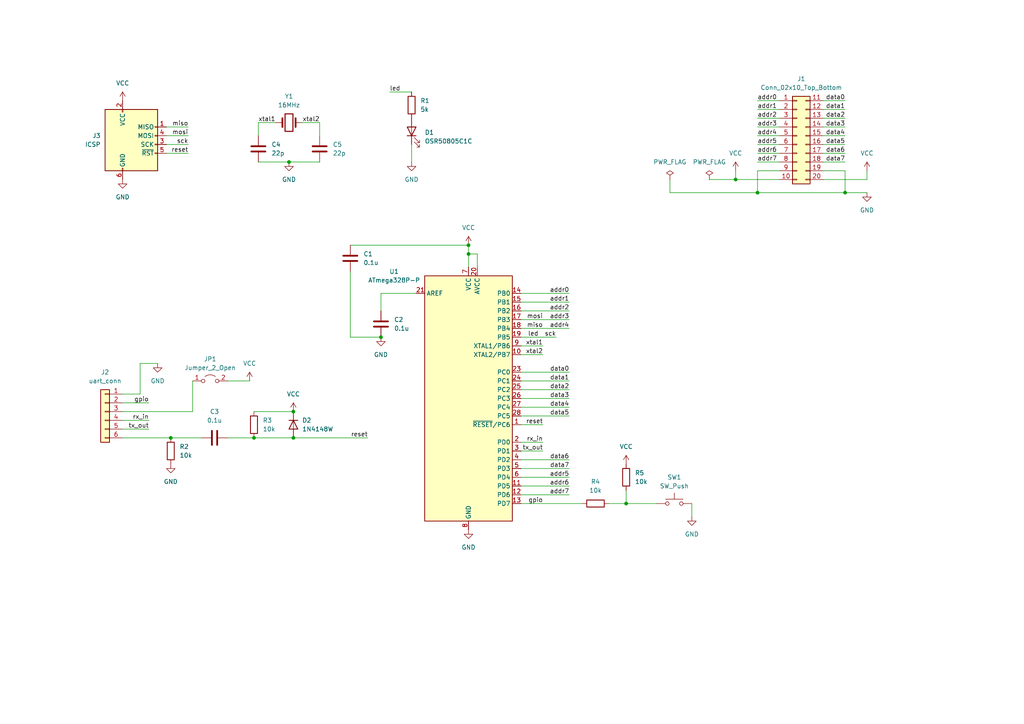
<source format=kicad_sch>
(kicad_sch (version 20211123) (generator eeschema)

  (uuid 7a34034d-827a-48d2-9ea5-ae8128e3a135)

  (paper "A4")

  (lib_symbols
    (symbol "Connector:AVR-ISP-6" (pin_names (offset 1.016)) (in_bom yes) (on_board yes)
      (property "Reference" "J" (id 0) (at -6.35 11.43 0)
        (effects (font (size 1.27 1.27)) (justify left))
      )
      (property "Value" "AVR-ISP-6" (id 1) (at 0 11.43 0)
        (effects (font (size 1.27 1.27)) (justify left))
      )
      (property "Footprint" "" (id 2) (at -6.35 1.27 90)
        (effects (font (size 1.27 1.27)) hide)
      )
      (property "Datasheet" " ~" (id 3) (at -32.385 -13.97 0)
        (effects (font (size 1.27 1.27)) hide)
      )
      (property "ki_keywords" "AVR ISP Connector" (id 4) (at 0 0 0)
        (effects (font (size 1.27 1.27)) hide)
      )
      (property "ki_description" "Atmel 6-pin ISP connector" (id 5) (at 0 0 0)
        (effects (font (size 1.27 1.27)) hide)
      )
      (property "ki_fp_filters" "IDC?Header*2x03* Pin?Header*2x03*" (id 6) (at 0 0 0)
        (effects (font (size 1.27 1.27)) hide)
      )
      (symbol "AVR-ISP-6_0_1"
        (rectangle (start -2.667 -6.858) (end -2.413 -7.62)
          (stroke (width 0) (type default) (color 0 0 0 0))
          (fill (type none))
        )
        (rectangle (start -2.667 10.16) (end -2.413 9.398)
          (stroke (width 0) (type default) (color 0 0 0 0))
          (fill (type none))
        )
        (rectangle (start 7.62 -2.413) (end 6.858 -2.667)
          (stroke (width 0) (type default) (color 0 0 0 0))
          (fill (type none))
        )
        (rectangle (start 7.62 0.127) (end 6.858 -0.127)
          (stroke (width 0) (type default) (color 0 0 0 0))
          (fill (type none))
        )
        (rectangle (start 7.62 2.667) (end 6.858 2.413)
          (stroke (width 0) (type default) (color 0 0 0 0))
          (fill (type none))
        )
        (rectangle (start 7.62 5.207) (end 6.858 4.953)
          (stroke (width 0) (type default) (color 0 0 0 0))
          (fill (type none))
        )
        (rectangle (start 7.62 10.16) (end -7.62 -7.62)
          (stroke (width 0.254) (type default) (color 0 0 0 0))
          (fill (type background))
        )
      )
      (symbol "AVR-ISP-6_1_1"
        (pin passive line (at 10.16 5.08 180) (length 2.54)
          (name "MISO" (effects (font (size 1.27 1.27))))
          (number "1" (effects (font (size 1.27 1.27))))
        )
        (pin passive line (at -2.54 12.7 270) (length 2.54)
          (name "VCC" (effects (font (size 1.27 1.27))))
          (number "2" (effects (font (size 1.27 1.27))))
        )
        (pin passive line (at 10.16 0 180) (length 2.54)
          (name "SCK" (effects (font (size 1.27 1.27))))
          (number "3" (effects (font (size 1.27 1.27))))
        )
        (pin passive line (at 10.16 2.54 180) (length 2.54)
          (name "MOSI" (effects (font (size 1.27 1.27))))
          (number "4" (effects (font (size 1.27 1.27))))
        )
        (pin passive line (at 10.16 -2.54 180) (length 2.54)
          (name "~{RST}" (effects (font (size 1.27 1.27))))
          (number "5" (effects (font (size 1.27 1.27))))
        )
        (pin passive line (at -2.54 -10.16 90) (length 2.54)
          (name "GND" (effects (font (size 1.27 1.27))))
          (number "6" (effects (font (size 1.27 1.27))))
        )
      )
    )
    (symbol "Connector_Generic:Conn_01x06" (pin_names (offset 1.016) hide) (in_bom yes) (on_board yes)
      (property "Reference" "J" (id 0) (at 0 7.62 0)
        (effects (font (size 1.27 1.27)))
      )
      (property "Value" "Conn_01x06" (id 1) (at 0 -10.16 0)
        (effects (font (size 1.27 1.27)))
      )
      (property "Footprint" "" (id 2) (at 0 0 0)
        (effects (font (size 1.27 1.27)) hide)
      )
      (property "Datasheet" "~" (id 3) (at 0 0 0)
        (effects (font (size 1.27 1.27)) hide)
      )
      (property "ki_keywords" "connector" (id 4) (at 0 0 0)
        (effects (font (size 1.27 1.27)) hide)
      )
      (property "ki_description" "Generic connector, single row, 01x06, script generated (kicad-library-utils/schlib/autogen/connector/)" (id 5) (at 0 0 0)
        (effects (font (size 1.27 1.27)) hide)
      )
      (property "ki_fp_filters" "Connector*:*_1x??_*" (id 6) (at 0 0 0)
        (effects (font (size 1.27 1.27)) hide)
      )
      (symbol "Conn_01x06_1_1"
        (rectangle (start -1.27 -7.493) (end 0 -7.747)
          (stroke (width 0.1524) (type default) (color 0 0 0 0))
          (fill (type none))
        )
        (rectangle (start -1.27 -4.953) (end 0 -5.207)
          (stroke (width 0.1524) (type default) (color 0 0 0 0))
          (fill (type none))
        )
        (rectangle (start -1.27 -2.413) (end 0 -2.667)
          (stroke (width 0.1524) (type default) (color 0 0 0 0))
          (fill (type none))
        )
        (rectangle (start -1.27 0.127) (end 0 -0.127)
          (stroke (width 0.1524) (type default) (color 0 0 0 0))
          (fill (type none))
        )
        (rectangle (start -1.27 2.667) (end 0 2.413)
          (stroke (width 0.1524) (type default) (color 0 0 0 0))
          (fill (type none))
        )
        (rectangle (start -1.27 5.207) (end 0 4.953)
          (stroke (width 0.1524) (type default) (color 0 0 0 0))
          (fill (type none))
        )
        (rectangle (start -1.27 6.35) (end 1.27 -8.89)
          (stroke (width 0.254) (type default) (color 0 0 0 0))
          (fill (type background))
        )
        (pin passive line (at -5.08 5.08 0) (length 3.81)
          (name "Pin_1" (effects (font (size 1.27 1.27))))
          (number "1" (effects (font (size 1.27 1.27))))
        )
        (pin passive line (at -5.08 2.54 0) (length 3.81)
          (name "Pin_2" (effects (font (size 1.27 1.27))))
          (number "2" (effects (font (size 1.27 1.27))))
        )
        (pin passive line (at -5.08 0 0) (length 3.81)
          (name "Pin_3" (effects (font (size 1.27 1.27))))
          (number "3" (effects (font (size 1.27 1.27))))
        )
        (pin passive line (at -5.08 -2.54 0) (length 3.81)
          (name "Pin_4" (effects (font (size 1.27 1.27))))
          (number "4" (effects (font (size 1.27 1.27))))
        )
        (pin passive line (at -5.08 -5.08 0) (length 3.81)
          (name "Pin_5" (effects (font (size 1.27 1.27))))
          (number "5" (effects (font (size 1.27 1.27))))
        )
        (pin passive line (at -5.08 -7.62 0) (length 3.81)
          (name "Pin_6" (effects (font (size 1.27 1.27))))
          (number "6" (effects (font (size 1.27 1.27))))
        )
      )
    )
    (symbol "Connector_Generic:Conn_02x10_Top_Bottom" (pin_names (offset 1.016) hide) (in_bom yes) (on_board yes)
      (property "Reference" "J" (id 0) (at 1.27 12.7 0)
        (effects (font (size 1.27 1.27)))
      )
      (property "Value" "Conn_02x10_Top_Bottom" (id 1) (at 1.27 -15.24 0)
        (effects (font (size 1.27 1.27)))
      )
      (property "Footprint" "" (id 2) (at 0 0 0)
        (effects (font (size 1.27 1.27)) hide)
      )
      (property "Datasheet" "~" (id 3) (at 0 0 0)
        (effects (font (size 1.27 1.27)) hide)
      )
      (property "ki_keywords" "connector" (id 4) (at 0 0 0)
        (effects (font (size 1.27 1.27)) hide)
      )
      (property "ki_description" "Generic connector, double row, 02x10, top/bottom pin numbering scheme (row 1: 1...pins_per_row, row2: pins_per_row+1 ... num_pins), script generated (kicad-library-utils/schlib/autogen/connector/)" (id 5) (at 0 0 0)
        (effects (font (size 1.27 1.27)) hide)
      )
      (property "ki_fp_filters" "Connector*:*_2x??_*" (id 6) (at 0 0 0)
        (effects (font (size 1.27 1.27)) hide)
      )
      (symbol "Conn_02x10_Top_Bottom_1_1"
        (rectangle (start -1.27 -12.573) (end 0 -12.827)
          (stroke (width 0.1524) (type default) (color 0 0 0 0))
          (fill (type none))
        )
        (rectangle (start -1.27 -10.033) (end 0 -10.287)
          (stroke (width 0.1524) (type default) (color 0 0 0 0))
          (fill (type none))
        )
        (rectangle (start -1.27 -7.493) (end 0 -7.747)
          (stroke (width 0.1524) (type default) (color 0 0 0 0))
          (fill (type none))
        )
        (rectangle (start -1.27 -4.953) (end 0 -5.207)
          (stroke (width 0.1524) (type default) (color 0 0 0 0))
          (fill (type none))
        )
        (rectangle (start -1.27 -2.413) (end 0 -2.667)
          (stroke (width 0.1524) (type default) (color 0 0 0 0))
          (fill (type none))
        )
        (rectangle (start -1.27 0.127) (end 0 -0.127)
          (stroke (width 0.1524) (type default) (color 0 0 0 0))
          (fill (type none))
        )
        (rectangle (start -1.27 2.667) (end 0 2.413)
          (stroke (width 0.1524) (type default) (color 0 0 0 0))
          (fill (type none))
        )
        (rectangle (start -1.27 5.207) (end 0 4.953)
          (stroke (width 0.1524) (type default) (color 0 0 0 0))
          (fill (type none))
        )
        (rectangle (start -1.27 7.747) (end 0 7.493)
          (stroke (width 0.1524) (type default) (color 0 0 0 0))
          (fill (type none))
        )
        (rectangle (start -1.27 10.287) (end 0 10.033)
          (stroke (width 0.1524) (type default) (color 0 0 0 0))
          (fill (type none))
        )
        (rectangle (start -1.27 11.43) (end 3.81 -13.97)
          (stroke (width 0.254) (type default) (color 0 0 0 0))
          (fill (type background))
        )
        (rectangle (start 3.81 -12.573) (end 2.54 -12.827)
          (stroke (width 0.1524) (type default) (color 0 0 0 0))
          (fill (type none))
        )
        (rectangle (start 3.81 -10.033) (end 2.54 -10.287)
          (stroke (width 0.1524) (type default) (color 0 0 0 0))
          (fill (type none))
        )
        (rectangle (start 3.81 -7.493) (end 2.54 -7.747)
          (stroke (width 0.1524) (type default) (color 0 0 0 0))
          (fill (type none))
        )
        (rectangle (start 3.81 -4.953) (end 2.54 -5.207)
          (stroke (width 0.1524) (type default) (color 0 0 0 0))
          (fill (type none))
        )
        (rectangle (start 3.81 -2.413) (end 2.54 -2.667)
          (stroke (width 0.1524) (type default) (color 0 0 0 0))
          (fill (type none))
        )
        (rectangle (start 3.81 0.127) (end 2.54 -0.127)
          (stroke (width 0.1524) (type default) (color 0 0 0 0))
          (fill (type none))
        )
        (rectangle (start 3.81 2.667) (end 2.54 2.413)
          (stroke (width 0.1524) (type default) (color 0 0 0 0))
          (fill (type none))
        )
        (rectangle (start 3.81 5.207) (end 2.54 4.953)
          (stroke (width 0.1524) (type default) (color 0 0 0 0))
          (fill (type none))
        )
        (rectangle (start 3.81 7.747) (end 2.54 7.493)
          (stroke (width 0.1524) (type default) (color 0 0 0 0))
          (fill (type none))
        )
        (rectangle (start 3.81 10.287) (end 2.54 10.033)
          (stroke (width 0.1524) (type default) (color 0 0 0 0))
          (fill (type none))
        )
        (pin passive line (at -5.08 10.16 0) (length 3.81)
          (name "Pin_1" (effects (font (size 1.27 1.27))))
          (number "1" (effects (font (size 1.27 1.27))))
        )
        (pin passive line (at -5.08 -12.7 0) (length 3.81)
          (name "Pin_10" (effects (font (size 1.27 1.27))))
          (number "10" (effects (font (size 1.27 1.27))))
        )
        (pin passive line (at 7.62 10.16 180) (length 3.81)
          (name "Pin_11" (effects (font (size 1.27 1.27))))
          (number "11" (effects (font (size 1.27 1.27))))
        )
        (pin passive line (at 7.62 7.62 180) (length 3.81)
          (name "Pin_12" (effects (font (size 1.27 1.27))))
          (number "12" (effects (font (size 1.27 1.27))))
        )
        (pin passive line (at 7.62 5.08 180) (length 3.81)
          (name "Pin_13" (effects (font (size 1.27 1.27))))
          (number "13" (effects (font (size 1.27 1.27))))
        )
        (pin passive line (at 7.62 2.54 180) (length 3.81)
          (name "Pin_14" (effects (font (size 1.27 1.27))))
          (number "14" (effects (font (size 1.27 1.27))))
        )
        (pin passive line (at 7.62 0 180) (length 3.81)
          (name "Pin_15" (effects (font (size 1.27 1.27))))
          (number "15" (effects (font (size 1.27 1.27))))
        )
        (pin passive line (at 7.62 -2.54 180) (length 3.81)
          (name "Pin_16" (effects (font (size 1.27 1.27))))
          (number "16" (effects (font (size 1.27 1.27))))
        )
        (pin passive line (at 7.62 -5.08 180) (length 3.81)
          (name "Pin_17" (effects (font (size 1.27 1.27))))
          (number "17" (effects (font (size 1.27 1.27))))
        )
        (pin passive line (at 7.62 -7.62 180) (length 3.81)
          (name "Pin_18" (effects (font (size 1.27 1.27))))
          (number "18" (effects (font (size 1.27 1.27))))
        )
        (pin passive line (at 7.62 -10.16 180) (length 3.81)
          (name "Pin_19" (effects (font (size 1.27 1.27))))
          (number "19" (effects (font (size 1.27 1.27))))
        )
        (pin passive line (at -5.08 7.62 0) (length 3.81)
          (name "Pin_2" (effects (font (size 1.27 1.27))))
          (number "2" (effects (font (size 1.27 1.27))))
        )
        (pin passive line (at 7.62 -12.7 180) (length 3.81)
          (name "Pin_20" (effects (font (size 1.27 1.27))))
          (number "20" (effects (font (size 1.27 1.27))))
        )
        (pin passive line (at -5.08 5.08 0) (length 3.81)
          (name "Pin_3" (effects (font (size 1.27 1.27))))
          (number "3" (effects (font (size 1.27 1.27))))
        )
        (pin passive line (at -5.08 2.54 0) (length 3.81)
          (name "Pin_4" (effects (font (size 1.27 1.27))))
          (number "4" (effects (font (size 1.27 1.27))))
        )
        (pin passive line (at -5.08 0 0) (length 3.81)
          (name "Pin_5" (effects (font (size 1.27 1.27))))
          (number "5" (effects (font (size 1.27 1.27))))
        )
        (pin passive line (at -5.08 -2.54 0) (length 3.81)
          (name "Pin_6" (effects (font (size 1.27 1.27))))
          (number "6" (effects (font (size 1.27 1.27))))
        )
        (pin passive line (at -5.08 -5.08 0) (length 3.81)
          (name "Pin_7" (effects (font (size 1.27 1.27))))
          (number "7" (effects (font (size 1.27 1.27))))
        )
        (pin passive line (at -5.08 -7.62 0) (length 3.81)
          (name "Pin_8" (effects (font (size 1.27 1.27))))
          (number "8" (effects (font (size 1.27 1.27))))
        )
        (pin passive line (at -5.08 -10.16 0) (length 3.81)
          (name "Pin_9" (effects (font (size 1.27 1.27))))
          (number "9" (effects (font (size 1.27 1.27))))
        )
      )
    )
    (symbol "Device:C" (pin_numbers hide) (pin_names (offset 0.254)) (in_bom yes) (on_board yes)
      (property "Reference" "C" (id 0) (at 0.635 2.54 0)
        (effects (font (size 1.27 1.27)) (justify left))
      )
      (property "Value" "C" (id 1) (at 0.635 -2.54 0)
        (effects (font (size 1.27 1.27)) (justify left))
      )
      (property "Footprint" "" (id 2) (at 0.9652 -3.81 0)
        (effects (font (size 1.27 1.27)) hide)
      )
      (property "Datasheet" "~" (id 3) (at 0 0 0)
        (effects (font (size 1.27 1.27)) hide)
      )
      (property "ki_keywords" "cap capacitor" (id 4) (at 0 0 0)
        (effects (font (size 1.27 1.27)) hide)
      )
      (property "ki_description" "Unpolarized capacitor" (id 5) (at 0 0 0)
        (effects (font (size 1.27 1.27)) hide)
      )
      (property "ki_fp_filters" "C_*" (id 6) (at 0 0 0)
        (effects (font (size 1.27 1.27)) hide)
      )
      (symbol "C_0_1"
        (polyline
          (pts
            (xy -2.032 -0.762)
            (xy 2.032 -0.762)
          )
          (stroke (width 0.508) (type default) (color 0 0 0 0))
          (fill (type none))
        )
        (polyline
          (pts
            (xy -2.032 0.762)
            (xy 2.032 0.762)
          )
          (stroke (width 0.508) (type default) (color 0 0 0 0))
          (fill (type none))
        )
      )
      (symbol "C_1_1"
        (pin passive line (at 0 3.81 270) (length 2.794)
          (name "~" (effects (font (size 1.27 1.27))))
          (number "1" (effects (font (size 1.27 1.27))))
        )
        (pin passive line (at 0 -3.81 90) (length 2.794)
          (name "~" (effects (font (size 1.27 1.27))))
          (number "2" (effects (font (size 1.27 1.27))))
        )
      )
    )
    (symbol "Device:Crystal" (pin_numbers hide) (pin_names (offset 1.016) hide) (in_bom yes) (on_board yes)
      (property "Reference" "Y" (id 0) (at 0 3.81 0)
        (effects (font (size 1.27 1.27)))
      )
      (property "Value" "Crystal" (id 1) (at 0 -3.81 0)
        (effects (font (size 1.27 1.27)))
      )
      (property "Footprint" "" (id 2) (at 0 0 0)
        (effects (font (size 1.27 1.27)) hide)
      )
      (property "Datasheet" "~" (id 3) (at 0 0 0)
        (effects (font (size 1.27 1.27)) hide)
      )
      (property "ki_keywords" "quartz ceramic resonator oscillator" (id 4) (at 0 0 0)
        (effects (font (size 1.27 1.27)) hide)
      )
      (property "ki_description" "Two pin crystal" (id 5) (at 0 0 0)
        (effects (font (size 1.27 1.27)) hide)
      )
      (property "ki_fp_filters" "Crystal*" (id 6) (at 0 0 0)
        (effects (font (size 1.27 1.27)) hide)
      )
      (symbol "Crystal_0_1"
        (rectangle (start -1.143 2.54) (end 1.143 -2.54)
          (stroke (width 0.3048) (type default) (color 0 0 0 0))
          (fill (type none))
        )
        (polyline
          (pts
            (xy -2.54 0)
            (xy -1.905 0)
          )
          (stroke (width 0) (type default) (color 0 0 0 0))
          (fill (type none))
        )
        (polyline
          (pts
            (xy -1.905 -1.27)
            (xy -1.905 1.27)
          )
          (stroke (width 0.508) (type default) (color 0 0 0 0))
          (fill (type none))
        )
        (polyline
          (pts
            (xy 1.905 -1.27)
            (xy 1.905 1.27)
          )
          (stroke (width 0.508) (type default) (color 0 0 0 0))
          (fill (type none))
        )
        (polyline
          (pts
            (xy 2.54 0)
            (xy 1.905 0)
          )
          (stroke (width 0) (type default) (color 0 0 0 0))
          (fill (type none))
        )
      )
      (symbol "Crystal_1_1"
        (pin passive line (at -3.81 0 0) (length 1.27)
          (name "1" (effects (font (size 1.27 1.27))))
          (number "1" (effects (font (size 1.27 1.27))))
        )
        (pin passive line (at 3.81 0 180) (length 1.27)
          (name "2" (effects (font (size 1.27 1.27))))
          (number "2" (effects (font (size 1.27 1.27))))
        )
      )
    )
    (symbol "Device:D" (pin_numbers hide) (pin_names (offset 1.016) hide) (in_bom yes) (on_board yes)
      (property "Reference" "D" (id 0) (at 0 2.54 0)
        (effects (font (size 1.27 1.27)))
      )
      (property "Value" "D" (id 1) (at 0 -2.54 0)
        (effects (font (size 1.27 1.27)))
      )
      (property "Footprint" "" (id 2) (at 0 0 0)
        (effects (font (size 1.27 1.27)) hide)
      )
      (property "Datasheet" "~" (id 3) (at 0 0 0)
        (effects (font (size 1.27 1.27)) hide)
      )
      (property "ki_keywords" "diode" (id 4) (at 0 0 0)
        (effects (font (size 1.27 1.27)) hide)
      )
      (property "ki_description" "Diode" (id 5) (at 0 0 0)
        (effects (font (size 1.27 1.27)) hide)
      )
      (property "ki_fp_filters" "TO-???* *_Diode_* *SingleDiode* D_*" (id 6) (at 0 0 0)
        (effects (font (size 1.27 1.27)) hide)
      )
      (symbol "D_0_1"
        (polyline
          (pts
            (xy -1.27 1.27)
            (xy -1.27 -1.27)
          )
          (stroke (width 0.254) (type default) (color 0 0 0 0))
          (fill (type none))
        )
        (polyline
          (pts
            (xy 1.27 0)
            (xy -1.27 0)
          )
          (stroke (width 0) (type default) (color 0 0 0 0))
          (fill (type none))
        )
        (polyline
          (pts
            (xy 1.27 1.27)
            (xy 1.27 -1.27)
            (xy -1.27 0)
            (xy 1.27 1.27)
          )
          (stroke (width 0.254) (type default) (color 0 0 0 0))
          (fill (type none))
        )
      )
      (symbol "D_1_1"
        (pin passive line (at -3.81 0 0) (length 2.54)
          (name "K" (effects (font (size 1.27 1.27))))
          (number "1" (effects (font (size 1.27 1.27))))
        )
        (pin passive line (at 3.81 0 180) (length 2.54)
          (name "A" (effects (font (size 1.27 1.27))))
          (number "2" (effects (font (size 1.27 1.27))))
        )
      )
    )
    (symbol "Device:LED" (pin_numbers hide) (pin_names (offset 1.016) hide) (in_bom yes) (on_board yes)
      (property "Reference" "D" (id 0) (at 0 2.54 0)
        (effects (font (size 1.27 1.27)))
      )
      (property "Value" "LED" (id 1) (at 0 -2.54 0)
        (effects (font (size 1.27 1.27)))
      )
      (property "Footprint" "" (id 2) (at 0 0 0)
        (effects (font (size 1.27 1.27)) hide)
      )
      (property "Datasheet" "~" (id 3) (at 0 0 0)
        (effects (font (size 1.27 1.27)) hide)
      )
      (property "ki_keywords" "LED diode" (id 4) (at 0 0 0)
        (effects (font (size 1.27 1.27)) hide)
      )
      (property "ki_description" "Light emitting diode" (id 5) (at 0 0 0)
        (effects (font (size 1.27 1.27)) hide)
      )
      (property "ki_fp_filters" "LED* LED_SMD:* LED_THT:*" (id 6) (at 0 0 0)
        (effects (font (size 1.27 1.27)) hide)
      )
      (symbol "LED_0_1"
        (polyline
          (pts
            (xy -1.27 -1.27)
            (xy -1.27 1.27)
          )
          (stroke (width 0.254) (type default) (color 0 0 0 0))
          (fill (type none))
        )
        (polyline
          (pts
            (xy -1.27 0)
            (xy 1.27 0)
          )
          (stroke (width 0) (type default) (color 0 0 0 0))
          (fill (type none))
        )
        (polyline
          (pts
            (xy 1.27 -1.27)
            (xy 1.27 1.27)
            (xy -1.27 0)
            (xy 1.27 -1.27)
          )
          (stroke (width 0.254) (type default) (color 0 0 0 0))
          (fill (type none))
        )
        (polyline
          (pts
            (xy -3.048 -0.762)
            (xy -4.572 -2.286)
            (xy -3.81 -2.286)
            (xy -4.572 -2.286)
            (xy -4.572 -1.524)
          )
          (stroke (width 0) (type default) (color 0 0 0 0))
          (fill (type none))
        )
        (polyline
          (pts
            (xy -1.778 -0.762)
            (xy -3.302 -2.286)
            (xy -2.54 -2.286)
            (xy -3.302 -2.286)
            (xy -3.302 -1.524)
          )
          (stroke (width 0) (type default) (color 0 0 0 0))
          (fill (type none))
        )
      )
      (symbol "LED_1_1"
        (pin passive line (at -3.81 0 0) (length 2.54)
          (name "K" (effects (font (size 1.27 1.27))))
          (number "1" (effects (font (size 1.27 1.27))))
        )
        (pin passive line (at 3.81 0 180) (length 2.54)
          (name "A" (effects (font (size 1.27 1.27))))
          (number "2" (effects (font (size 1.27 1.27))))
        )
      )
    )
    (symbol "Device:R" (pin_numbers hide) (pin_names (offset 0)) (in_bom yes) (on_board yes)
      (property "Reference" "R" (id 0) (at 2.032 0 90)
        (effects (font (size 1.27 1.27)))
      )
      (property "Value" "R" (id 1) (at 0 0 90)
        (effects (font (size 1.27 1.27)))
      )
      (property "Footprint" "" (id 2) (at -1.778 0 90)
        (effects (font (size 1.27 1.27)) hide)
      )
      (property "Datasheet" "~" (id 3) (at 0 0 0)
        (effects (font (size 1.27 1.27)) hide)
      )
      (property "ki_keywords" "R res resistor" (id 4) (at 0 0 0)
        (effects (font (size 1.27 1.27)) hide)
      )
      (property "ki_description" "Resistor" (id 5) (at 0 0 0)
        (effects (font (size 1.27 1.27)) hide)
      )
      (property "ki_fp_filters" "R_*" (id 6) (at 0 0 0)
        (effects (font (size 1.27 1.27)) hide)
      )
      (symbol "R_0_1"
        (rectangle (start -1.016 -2.54) (end 1.016 2.54)
          (stroke (width 0.254) (type default) (color 0 0 0 0))
          (fill (type none))
        )
      )
      (symbol "R_1_1"
        (pin passive line (at 0 3.81 270) (length 1.27)
          (name "~" (effects (font (size 1.27 1.27))))
          (number "1" (effects (font (size 1.27 1.27))))
        )
        (pin passive line (at 0 -3.81 90) (length 1.27)
          (name "~" (effects (font (size 1.27 1.27))))
          (number "2" (effects (font (size 1.27 1.27))))
        )
      )
    )
    (symbol "Jumper:Jumper_2_Open" (pin_names (offset 0) hide) (in_bom yes) (on_board yes)
      (property "Reference" "JP" (id 0) (at 0 2.794 0)
        (effects (font (size 1.27 1.27)))
      )
      (property "Value" "Jumper_2_Open" (id 1) (at 0 -2.286 0)
        (effects (font (size 1.27 1.27)))
      )
      (property "Footprint" "" (id 2) (at 0 0 0)
        (effects (font (size 1.27 1.27)) hide)
      )
      (property "Datasheet" "~" (id 3) (at 0 0 0)
        (effects (font (size 1.27 1.27)) hide)
      )
      (property "ki_keywords" "Jumper SPST" (id 4) (at 0 0 0)
        (effects (font (size 1.27 1.27)) hide)
      )
      (property "ki_description" "Jumper, 2-pole, open" (id 5) (at 0 0 0)
        (effects (font (size 1.27 1.27)) hide)
      )
      (property "ki_fp_filters" "Jumper* TestPoint*2Pads* TestPoint*Bridge*" (id 6) (at 0 0 0)
        (effects (font (size 1.27 1.27)) hide)
      )
      (symbol "Jumper_2_Open_0_0"
        (circle (center -2.032 0) (radius 0.508)
          (stroke (width 0) (type default) (color 0 0 0 0))
          (fill (type none))
        )
        (circle (center 2.032 0) (radius 0.508)
          (stroke (width 0) (type default) (color 0 0 0 0))
          (fill (type none))
        )
      )
      (symbol "Jumper_2_Open_0_1"
        (arc (start 1.524 1.27) (mid 0 1.778) (end -1.524 1.27)
          (stroke (width 0) (type default) (color 0 0 0 0))
          (fill (type none))
        )
      )
      (symbol "Jumper_2_Open_1_1"
        (pin passive line (at -5.08 0 0) (length 2.54)
          (name "A" (effects (font (size 1.27 1.27))))
          (number "1" (effects (font (size 1.27 1.27))))
        )
        (pin passive line (at 5.08 0 180) (length 2.54)
          (name "B" (effects (font (size 1.27 1.27))))
          (number "2" (effects (font (size 1.27 1.27))))
        )
      )
    )
    (symbol "MCU_Microchip_ATmega:ATmega328P-P" (in_bom yes) (on_board yes)
      (property "Reference" "U" (id 0) (at -12.7 36.83 0)
        (effects (font (size 1.27 1.27)) (justify left bottom))
      )
      (property "Value" "ATmega328P-P" (id 1) (at 2.54 -36.83 0)
        (effects (font (size 1.27 1.27)) (justify left top))
      )
      (property "Footprint" "Package_DIP:DIP-28_W7.62mm" (id 2) (at 0 0 0)
        (effects (font (size 1.27 1.27) italic) hide)
      )
      (property "Datasheet" "http://ww1.microchip.com/downloads/en/DeviceDoc/ATmega328_P%20AVR%20MCU%20with%20picoPower%20Technology%20Data%20Sheet%2040001984A.pdf" (id 3) (at 0 0 0)
        (effects (font (size 1.27 1.27)) hide)
      )
      (property "ki_keywords" "AVR 8bit Microcontroller MegaAVR PicoPower" (id 4) (at 0 0 0)
        (effects (font (size 1.27 1.27)) hide)
      )
      (property "ki_description" "20MHz, 32kB Flash, 2kB SRAM, 1kB EEPROM, DIP-28" (id 5) (at 0 0 0)
        (effects (font (size 1.27 1.27)) hide)
      )
      (property "ki_fp_filters" "DIP*W7.62mm*" (id 6) (at 0 0 0)
        (effects (font (size 1.27 1.27)) hide)
      )
      (symbol "ATmega328P-P_0_1"
        (rectangle (start -12.7 -35.56) (end 12.7 35.56)
          (stroke (width 0.254) (type default) (color 0 0 0 0))
          (fill (type background))
        )
      )
      (symbol "ATmega328P-P_1_1"
        (pin bidirectional line (at 15.24 -7.62 180) (length 2.54)
          (name "~{RESET}/PC6" (effects (font (size 1.27 1.27))))
          (number "1" (effects (font (size 1.27 1.27))))
        )
        (pin bidirectional line (at 15.24 12.7 180) (length 2.54)
          (name "XTAL2/PB7" (effects (font (size 1.27 1.27))))
          (number "10" (effects (font (size 1.27 1.27))))
        )
        (pin bidirectional line (at 15.24 -25.4 180) (length 2.54)
          (name "PD5" (effects (font (size 1.27 1.27))))
          (number "11" (effects (font (size 1.27 1.27))))
        )
        (pin bidirectional line (at 15.24 -27.94 180) (length 2.54)
          (name "PD6" (effects (font (size 1.27 1.27))))
          (number "12" (effects (font (size 1.27 1.27))))
        )
        (pin bidirectional line (at 15.24 -30.48 180) (length 2.54)
          (name "PD7" (effects (font (size 1.27 1.27))))
          (number "13" (effects (font (size 1.27 1.27))))
        )
        (pin bidirectional line (at 15.24 30.48 180) (length 2.54)
          (name "PB0" (effects (font (size 1.27 1.27))))
          (number "14" (effects (font (size 1.27 1.27))))
        )
        (pin bidirectional line (at 15.24 27.94 180) (length 2.54)
          (name "PB1" (effects (font (size 1.27 1.27))))
          (number "15" (effects (font (size 1.27 1.27))))
        )
        (pin bidirectional line (at 15.24 25.4 180) (length 2.54)
          (name "PB2" (effects (font (size 1.27 1.27))))
          (number "16" (effects (font (size 1.27 1.27))))
        )
        (pin bidirectional line (at 15.24 22.86 180) (length 2.54)
          (name "PB3" (effects (font (size 1.27 1.27))))
          (number "17" (effects (font (size 1.27 1.27))))
        )
        (pin bidirectional line (at 15.24 20.32 180) (length 2.54)
          (name "PB4" (effects (font (size 1.27 1.27))))
          (number "18" (effects (font (size 1.27 1.27))))
        )
        (pin bidirectional line (at 15.24 17.78 180) (length 2.54)
          (name "PB5" (effects (font (size 1.27 1.27))))
          (number "19" (effects (font (size 1.27 1.27))))
        )
        (pin bidirectional line (at 15.24 -12.7 180) (length 2.54)
          (name "PD0" (effects (font (size 1.27 1.27))))
          (number "2" (effects (font (size 1.27 1.27))))
        )
        (pin power_in line (at 2.54 38.1 270) (length 2.54)
          (name "AVCC" (effects (font (size 1.27 1.27))))
          (number "20" (effects (font (size 1.27 1.27))))
        )
        (pin passive line (at -15.24 30.48 0) (length 2.54)
          (name "AREF" (effects (font (size 1.27 1.27))))
          (number "21" (effects (font (size 1.27 1.27))))
        )
        (pin passive line (at 0 -38.1 90) (length 2.54) hide
          (name "GND" (effects (font (size 1.27 1.27))))
          (number "22" (effects (font (size 1.27 1.27))))
        )
        (pin bidirectional line (at 15.24 7.62 180) (length 2.54)
          (name "PC0" (effects (font (size 1.27 1.27))))
          (number "23" (effects (font (size 1.27 1.27))))
        )
        (pin bidirectional line (at 15.24 5.08 180) (length 2.54)
          (name "PC1" (effects (font (size 1.27 1.27))))
          (number "24" (effects (font (size 1.27 1.27))))
        )
        (pin bidirectional line (at 15.24 2.54 180) (length 2.54)
          (name "PC2" (effects (font (size 1.27 1.27))))
          (number "25" (effects (font (size 1.27 1.27))))
        )
        (pin bidirectional line (at 15.24 0 180) (length 2.54)
          (name "PC3" (effects (font (size 1.27 1.27))))
          (number "26" (effects (font (size 1.27 1.27))))
        )
        (pin bidirectional line (at 15.24 -2.54 180) (length 2.54)
          (name "PC4" (effects (font (size 1.27 1.27))))
          (number "27" (effects (font (size 1.27 1.27))))
        )
        (pin bidirectional line (at 15.24 -5.08 180) (length 2.54)
          (name "PC5" (effects (font (size 1.27 1.27))))
          (number "28" (effects (font (size 1.27 1.27))))
        )
        (pin bidirectional line (at 15.24 -15.24 180) (length 2.54)
          (name "PD1" (effects (font (size 1.27 1.27))))
          (number "3" (effects (font (size 1.27 1.27))))
        )
        (pin bidirectional line (at 15.24 -17.78 180) (length 2.54)
          (name "PD2" (effects (font (size 1.27 1.27))))
          (number "4" (effects (font (size 1.27 1.27))))
        )
        (pin bidirectional line (at 15.24 -20.32 180) (length 2.54)
          (name "PD3" (effects (font (size 1.27 1.27))))
          (number "5" (effects (font (size 1.27 1.27))))
        )
        (pin bidirectional line (at 15.24 -22.86 180) (length 2.54)
          (name "PD4" (effects (font (size 1.27 1.27))))
          (number "6" (effects (font (size 1.27 1.27))))
        )
        (pin power_in line (at 0 38.1 270) (length 2.54)
          (name "VCC" (effects (font (size 1.27 1.27))))
          (number "7" (effects (font (size 1.27 1.27))))
        )
        (pin power_in line (at 0 -38.1 90) (length 2.54)
          (name "GND" (effects (font (size 1.27 1.27))))
          (number "8" (effects (font (size 1.27 1.27))))
        )
        (pin bidirectional line (at 15.24 15.24 180) (length 2.54)
          (name "XTAL1/PB6" (effects (font (size 1.27 1.27))))
          (number "9" (effects (font (size 1.27 1.27))))
        )
      )
    )
    (symbol "Switch:SW_Push" (pin_numbers hide) (pin_names (offset 1.016) hide) (in_bom yes) (on_board yes)
      (property "Reference" "SW" (id 0) (at 1.27 2.54 0)
        (effects (font (size 1.27 1.27)) (justify left))
      )
      (property "Value" "SW_Push" (id 1) (at 0 -1.524 0)
        (effects (font (size 1.27 1.27)))
      )
      (property "Footprint" "" (id 2) (at 0 5.08 0)
        (effects (font (size 1.27 1.27)) hide)
      )
      (property "Datasheet" "~" (id 3) (at 0 5.08 0)
        (effects (font (size 1.27 1.27)) hide)
      )
      (property "ki_keywords" "switch normally-open pushbutton push-button" (id 4) (at 0 0 0)
        (effects (font (size 1.27 1.27)) hide)
      )
      (property "ki_description" "Push button switch, generic, two pins" (id 5) (at 0 0 0)
        (effects (font (size 1.27 1.27)) hide)
      )
      (symbol "SW_Push_0_1"
        (circle (center -2.032 0) (radius 0.508)
          (stroke (width 0) (type default) (color 0 0 0 0))
          (fill (type none))
        )
        (polyline
          (pts
            (xy 0 1.27)
            (xy 0 3.048)
          )
          (stroke (width 0) (type default) (color 0 0 0 0))
          (fill (type none))
        )
        (polyline
          (pts
            (xy 2.54 1.27)
            (xy -2.54 1.27)
          )
          (stroke (width 0) (type default) (color 0 0 0 0))
          (fill (type none))
        )
        (circle (center 2.032 0) (radius 0.508)
          (stroke (width 0) (type default) (color 0 0 0 0))
          (fill (type none))
        )
        (pin passive line (at -5.08 0 0) (length 2.54)
          (name "1" (effects (font (size 1.27 1.27))))
          (number "1" (effects (font (size 1.27 1.27))))
        )
        (pin passive line (at 5.08 0 180) (length 2.54)
          (name "2" (effects (font (size 1.27 1.27))))
          (number "2" (effects (font (size 1.27 1.27))))
        )
      )
    )
    (symbol "power:GND" (power) (pin_names (offset 0)) (in_bom yes) (on_board yes)
      (property "Reference" "#PWR" (id 0) (at 0 -6.35 0)
        (effects (font (size 1.27 1.27)) hide)
      )
      (property "Value" "GND" (id 1) (at 0 -3.81 0)
        (effects (font (size 1.27 1.27)))
      )
      (property "Footprint" "" (id 2) (at 0 0 0)
        (effects (font (size 1.27 1.27)) hide)
      )
      (property "Datasheet" "" (id 3) (at 0 0 0)
        (effects (font (size 1.27 1.27)) hide)
      )
      (property "ki_keywords" "power-flag" (id 4) (at 0 0 0)
        (effects (font (size 1.27 1.27)) hide)
      )
      (property "ki_description" "Power symbol creates a global label with name \"GND\" , ground" (id 5) (at 0 0 0)
        (effects (font (size 1.27 1.27)) hide)
      )
      (symbol "GND_0_1"
        (polyline
          (pts
            (xy 0 0)
            (xy 0 -1.27)
            (xy 1.27 -1.27)
            (xy 0 -2.54)
            (xy -1.27 -1.27)
            (xy 0 -1.27)
          )
          (stroke (width 0) (type default) (color 0 0 0 0))
          (fill (type none))
        )
      )
      (symbol "GND_1_1"
        (pin power_in line (at 0 0 270) (length 0) hide
          (name "GND" (effects (font (size 1.27 1.27))))
          (number "1" (effects (font (size 1.27 1.27))))
        )
      )
    )
    (symbol "power:PWR_FLAG" (power) (pin_numbers hide) (pin_names (offset 0) hide) (in_bom yes) (on_board yes)
      (property "Reference" "#FLG" (id 0) (at 0 1.905 0)
        (effects (font (size 1.27 1.27)) hide)
      )
      (property "Value" "PWR_FLAG" (id 1) (at 0 3.81 0)
        (effects (font (size 1.27 1.27)))
      )
      (property "Footprint" "" (id 2) (at 0 0 0)
        (effects (font (size 1.27 1.27)) hide)
      )
      (property "Datasheet" "~" (id 3) (at 0 0 0)
        (effects (font (size 1.27 1.27)) hide)
      )
      (property "ki_keywords" "power-flag" (id 4) (at 0 0 0)
        (effects (font (size 1.27 1.27)) hide)
      )
      (property "ki_description" "Special symbol for telling ERC where power comes from" (id 5) (at 0 0 0)
        (effects (font (size 1.27 1.27)) hide)
      )
      (symbol "PWR_FLAG_0_0"
        (pin power_out line (at 0 0 90) (length 0)
          (name "pwr" (effects (font (size 1.27 1.27))))
          (number "1" (effects (font (size 1.27 1.27))))
        )
      )
      (symbol "PWR_FLAG_0_1"
        (polyline
          (pts
            (xy 0 0)
            (xy 0 1.27)
            (xy -1.016 1.905)
            (xy 0 2.54)
            (xy 1.016 1.905)
            (xy 0 1.27)
          )
          (stroke (width 0) (type default) (color 0 0 0 0))
          (fill (type none))
        )
      )
    )
    (symbol "power:VCC" (power) (pin_names (offset 0)) (in_bom yes) (on_board yes)
      (property "Reference" "#PWR" (id 0) (at 0 -3.81 0)
        (effects (font (size 1.27 1.27)) hide)
      )
      (property "Value" "VCC" (id 1) (at 0 3.81 0)
        (effects (font (size 1.27 1.27)))
      )
      (property "Footprint" "" (id 2) (at 0 0 0)
        (effects (font (size 1.27 1.27)) hide)
      )
      (property "Datasheet" "" (id 3) (at 0 0 0)
        (effects (font (size 1.27 1.27)) hide)
      )
      (property "ki_keywords" "power-flag" (id 4) (at 0 0 0)
        (effects (font (size 1.27 1.27)) hide)
      )
      (property "ki_description" "Power symbol creates a global label with name \"VCC\"" (id 5) (at 0 0 0)
        (effects (font (size 1.27 1.27)) hide)
      )
      (symbol "VCC_0_1"
        (polyline
          (pts
            (xy -0.762 1.27)
            (xy 0 2.54)
          )
          (stroke (width 0) (type default) (color 0 0 0 0))
          (fill (type none))
        )
        (polyline
          (pts
            (xy 0 0)
            (xy 0 2.54)
          )
          (stroke (width 0) (type default) (color 0 0 0 0))
          (fill (type none))
        )
        (polyline
          (pts
            (xy 0 2.54)
            (xy 0.762 1.27)
          )
          (stroke (width 0) (type default) (color 0 0 0 0))
          (fill (type none))
        )
      )
      (symbol "VCC_1_1"
        (pin power_in line (at 0 0 90) (length 0) hide
          (name "VCC" (effects (font (size 1.27 1.27))))
          (number "1" (effects (font (size 1.27 1.27))))
        )
      )
    )
  )

  (junction (at 83.82 46.99) (diameter 0) (color 0 0 0 0)
    (uuid 021b2d69-a9cd-4da6-96cb-34c5471ab313)
  )
  (junction (at 135.89 73.66) (diameter 0) (color 0 0 0 0)
    (uuid 02565f97-cd17-42be-94e0-c07f1614224c)
  )
  (junction (at 219.71 55.88) (diameter 0) (color 0 0 0 0)
    (uuid 199b2763-ece3-4130-8a19-9442ab7a2466)
  )
  (junction (at 245.11 55.88) (diameter 0) (color 0 0 0 0)
    (uuid 20b5bf70-e4f8-4af3-a29d-328d67b94ee4)
  )
  (junction (at 135.89 71.12) (diameter 0) (color 0 0 0 0)
    (uuid 5bffc67e-1f19-4ce8-a04b-5942212e56a5)
  )
  (junction (at 181.61 146.05) (diameter 0) (color 0 0 0 0)
    (uuid 788c5c01-9b32-4e5b-9b64-1d4ebe6fafbd)
  )
  (junction (at 85.09 127) (diameter 0) (color 0 0 0 0)
    (uuid a24c495d-6be2-4999-9a23-d78f9efcd58e)
  )
  (junction (at 110.49 97.79) (diameter 0) (color 0 0 0 0)
    (uuid bab9a1de-c8d3-471f-9075-142844f4fafd)
  )
  (junction (at 49.53 127) (diameter 0) (color 0 0 0 0)
    (uuid d54152f9-c36d-467e-9e7d-25b7302beb08)
  )
  (junction (at 85.09 119.38) (diameter 0) (color 0 0 0 0)
    (uuid d901abd5-91b2-41ed-b520-c8d0d63a98b1)
  )
  (junction (at 213.36 52.07) (diameter 0) (color 0 0 0 0)
    (uuid dee9ce1a-6cb0-4bb0-8de3-b15c5cc9c60d)
  )
  (junction (at 73.66 127) (diameter 0) (color 0 0 0 0)
    (uuid e452492d-035a-4361-8fab-fa3eca341746)
  )

  (wire (pts (xy 48.26 36.83) (xy 54.61 36.83))
    (stroke (width 0) (type default) (color 0 0 0 0))
    (uuid 004f1cac-5431-476d-8d12-f0d7e1d2971c)
  )
  (wire (pts (xy 110.49 85.09) (xy 120.65 85.09))
    (stroke (width 0) (type default) (color 0 0 0 0))
    (uuid 011a5828-4c3c-4dde-9bdb-284a3f3c4a43)
  )
  (wire (pts (xy 101.6 71.12) (xy 135.89 71.12))
    (stroke (width 0) (type default) (color 0 0 0 0))
    (uuid 01f18b55-48d6-4a40-88ea-e5978dc6c964)
  )
  (wire (pts (xy 219.71 46.99) (xy 226.06 46.99))
    (stroke (width 0) (type default) (color 0 0 0 0))
    (uuid 0344f435-3dd8-43ba-b18c-7b81844faf76)
  )
  (wire (pts (xy 238.76 41.91) (xy 245.11 41.91))
    (stroke (width 0) (type default) (color 0 0 0 0))
    (uuid 051c7b3c-397e-4665-9de8-f4bb13e00333)
  )
  (wire (pts (xy 151.13 120.65) (xy 165.1 120.65))
    (stroke (width 0) (type default) (color 0 0 0 0))
    (uuid 07511f7c-e52b-4b43-b311-b8d7d991a0b1)
  )
  (wire (pts (xy 151.13 107.95) (xy 165.1 107.95))
    (stroke (width 0) (type default) (color 0 0 0 0))
    (uuid 0a512736-9db6-4093-98c5-8298b2002bd9)
  )
  (wire (pts (xy 151.13 128.27) (xy 157.48 128.27))
    (stroke (width 0) (type default) (color 0 0 0 0))
    (uuid 0b9dfbfe-1e19-4396-b6a1-78bceb1cec64)
  )
  (wire (pts (xy 151.13 133.35) (xy 165.1 133.35))
    (stroke (width 0) (type default) (color 0 0 0 0))
    (uuid 0c68f4e2-7461-49a7-9120-f7c21b54c835)
  )
  (wire (pts (xy 92.71 35.56) (xy 92.71 39.37))
    (stroke (width 0) (type default) (color 0 0 0 0))
    (uuid 0e5c956a-0664-4fcf-9bb1-1eae993c2225)
  )
  (wire (pts (xy 101.6 97.79) (xy 110.49 97.79))
    (stroke (width 0) (type default) (color 0 0 0 0))
    (uuid 1995a1af-4656-4a47-a563-d0a3f10ab4cf)
  )
  (wire (pts (xy 238.76 46.99) (xy 245.11 46.99))
    (stroke (width 0) (type default) (color 0 0 0 0))
    (uuid 1bd90feb-e411-4974-af68-4b29929c1577)
  )
  (wire (pts (xy 226.06 49.53) (xy 219.71 49.53))
    (stroke (width 0) (type default) (color 0 0 0 0))
    (uuid 2085143f-58f2-40c4-ba7a-1234773b79c8)
  )
  (wire (pts (xy 219.71 55.88) (xy 245.11 55.88))
    (stroke (width 0) (type default) (color 0 0 0 0))
    (uuid 228abde2-30c7-4eae-aeea-cad404370c79)
  )
  (wire (pts (xy 151.13 143.51) (xy 165.1 143.51))
    (stroke (width 0) (type default) (color 0 0 0 0))
    (uuid 2561aedf-b413-446e-854d-9572d9cc257e)
  )
  (wire (pts (xy 251.46 55.88) (xy 245.11 55.88))
    (stroke (width 0) (type default) (color 0 0 0 0))
    (uuid 35309f72-16f3-4370-ab44-8b2574986601)
  )
  (wire (pts (xy 181.61 146.05) (xy 190.5 146.05))
    (stroke (width 0) (type default) (color 0 0 0 0))
    (uuid 3596fcad-6267-41d9-8c9e-0395c6b3a938)
  )
  (wire (pts (xy 151.13 92.71) (xy 165.1 92.71))
    (stroke (width 0) (type default) (color 0 0 0 0))
    (uuid 36815cf6-0422-444c-a3e8-ed66ef92f617)
  )
  (wire (pts (xy 151.13 100.33) (xy 157.48 100.33))
    (stroke (width 0) (type default) (color 0 0 0 0))
    (uuid 375c7386-b2fa-41e4-9578-da51d4d7b33c)
  )
  (wire (pts (xy 113.03 26.67) (xy 119.38 26.67))
    (stroke (width 0) (type default) (color 0 0 0 0))
    (uuid 3d243fdb-41fd-499a-9e6c-1ff5343cde77)
  )
  (wire (pts (xy 238.76 34.29) (xy 245.11 34.29))
    (stroke (width 0) (type default) (color 0 0 0 0))
    (uuid 3d51ddb5-5502-42b7-a100-21bb21c3b470)
  )
  (wire (pts (xy 87.63 35.56) (xy 92.71 35.56))
    (stroke (width 0) (type default) (color 0 0 0 0))
    (uuid 45234e68-f309-41ff-b7bf-09e6fd708b9a)
  )
  (wire (pts (xy 251.46 52.07) (xy 251.46 49.53))
    (stroke (width 0) (type default) (color 0 0 0 0))
    (uuid 46720509-b09e-453f-a0d2-060584690547)
  )
  (wire (pts (xy 238.76 29.21) (xy 245.11 29.21))
    (stroke (width 0) (type default) (color 0 0 0 0))
    (uuid 478c6feb-fd2b-4f05-ab5a-f1474afe01e4)
  )
  (wire (pts (xy 238.76 44.45) (xy 245.11 44.45))
    (stroke (width 0) (type default) (color 0 0 0 0))
    (uuid 4862d843-e409-41a1-84b2-b43d6410e8b8)
  )
  (wire (pts (xy 219.71 29.21) (xy 226.06 29.21))
    (stroke (width 0) (type default) (color 0 0 0 0))
    (uuid 4a40e094-f21a-4fb0-ba28-4ea9335dbc8c)
  )
  (wire (pts (xy 245.11 49.53) (xy 245.11 55.88))
    (stroke (width 0) (type default) (color 0 0 0 0))
    (uuid 4de377e2-e4b1-402e-b9e4-87b559446dac)
  )
  (wire (pts (xy 176.53 146.05) (xy 181.61 146.05))
    (stroke (width 0) (type default) (color 0 0 0 0))
    (uuid 4e3c25c2-19f8-49af-a99b-deb8d691b7cb)
  )
  (wire (pts (xy 151.13 102.87) (xy 157.48 102.87))
    (stroke (width 0) (type default) (color 0 0 0 0))
    (uuid 551a9c77-351f-46d5-a216-b0289f2b7181)
  )
  (wire (pts (xy 48.26 44.45) (xy 54.61 44.45))
    (stroke (width 0) (type default) (color 0 0 0 0))
    (uuid 55366e14-cec9-493d-901d-448b04d2f286)
  )
  (wire (pts (xy 219.71 49.53) (xy 219.71 55.88))
    (stroke (width 0) (type default) (color 0 0 0 0))
    (uuid 559dca71-873b-4231-b1ec-430d977b895c)
  )
  (wire (pts (xy 138.43 77.47) (xy 138.43 73.66))
    (stroke (width 0) (type default) (color 0 0 0 0))
    (uuid 55e93042-6fff-4546-87ec-edb8203e9985)
  )
  (wire (pts (xy 35.56 127) (xy 49.53 127))
    (stroke (width 0) (type default) (color 0 0 0 0))
    (uuid 5a08b769-52f5-4ffb-a88f-cef6e9ce4690)
  )
  (wire (pts (xy 48.26 39.37) (xy 54.61 39.37))
    (stroke (width 0) (type default) (color 0 0 0 0))
    (uuid 5aeb1e78-7ed8-446f-a1fa-e72019642e8e)
  )
  (wire (pts (xy 35.56 121.92) (xy 43.18 121.92))
    (stroke (width 0) (type default) (color 0 0 0 0))
    (uuid 5e4294f0-73a5-4a2a-bec9-a0892aea3e48)
  )
  (wire (pts (xy 66.04 110.49) (xy 72.39 110.49))
    (stroke (width 0) (type default) (color 0 0 0 0))
    (uuid 62b3c9b2-7111-4fb4-8944-c22c00c06d9d)
  )
  (wire (pts (xy 238.76 31.75) (xy 245.11 31.75))
    (stroke (width 0) (type default) (color 0 0 0 0))
    (uuid 62dc79fe-cafa-403e-9613-995bf9a7d70b)
  )
  (wire (pts (xy 151.13 118.11) (xy 165.1 118.11))
    (stroke (width 0) (type default) (color 0 0 0 0))
    (uuid 63036ff1-0c20-403d-98ad-5f4fc5056bc8)
  )
  (wire (pts (xy 219.71 34.29) (xy 226.06 34.29))
    (stroke (width 0) (type default) (color 0 0 0 0))
    (uuid 6c0cedce-d5e8-4216-a0e0-42310ae19fe5)
  )
  (wire (pts (xy 40.64 114.3) (xy 40.64 105.41))
    (stroke (width 0) (type default) (color 0 0 0 0))
    (uuid 6c20966e-92d4-4959-9ba6-2946d25c7acd)
  )
  (wire (pts (xy 219.71 44.45) (xy 226.06 44.45))
    (stroke (width 0) (type default) (color 0 0 0 0))
    (uuid 6e495a57-e638-4ea2-9675-c70179c9f1d0)
  )
  (wire (pts (xy 238.76 49.53) (xy 245.11 49.53))
    (stroke (width 0) (type default) (color 0 0 0 0))
    (uuid 74e6db69-798d-468f-80af-963391df72a4)
  )
  (wire (pts (xy 151.13 110.49) (xy 165.1 110.49))
    (stroke (width 0) (type default) (color 0 0 0 0))
    (uuid 7bd58302-0b47-4f68-af9f-64e3382a6ccc)
  )
  (wire (pts (xy 151.13 130.81) (xy 157.48 130.81))
    (stroke (width 0) (type default) (color 0 0 0 0))
    (uuid 7d590ff0-32de-4f01-bf4c-caa51c97e2a2)
  )
  (wire (pts (xy 238.76 36.83) (xy 245.11 36.83))
    (stroke (width 0) (type default) (color 0 0 0 0))
    (uuid 7df514b4-8452-4d67-a0ce-bc5a8df313e1)
  )
  (wire (pts (xy 219.71 36.83) (xy 226.06 36.83))
    (stroke (width 0) (type default) (color 0 0 0 0))
    (uuid 7e1400d8-edf8-4c17-8f2e-5dc467c4c5a1)
  )
  (wire (pts (xy 194.31 52.07) (xy 194.31 55.88))
    (stroke (width 0) (type default) (color 0 0 0 0))
    (uuid 7fbeb4d5-be88-4382-a44a-c6f9df7ce34f)
  )
  (wire (pts (xy 80.01 35.56) (xy 74.93 35.56))
    (stroke (width 0) (type default) (color 0 0 0 0))
    (uuid 80ac0b57-0388-409c-bf8b-2ee44690ae03)
  )
  (wire (pts (xy 101.6 78.74) (xy 101.6 97.79))
    (stroke (width 0) (type default) (color 0 0 0 0))
    (uuid 8289d44a-3294-48d7-9aaf-7acd858828dc)
  )
  (wire (pts (xy 110.49 90.17) (xy 110.49 85.09))
    (stroke (width 0) (type default) (color 0 0 0 0))
    (uuid 8356d232-ef50-40f0-a742-8beed5a9bc27)
  )
  (wire (pts (xy 151.13 95.25) (xy 165.1 95.25))
    (stroke (width 0) (type default) (color 0 0 0 0))
    (uuid 862b97e2-70d6-4aea-9357-60983bc901d8)
  )
  (wire (pts (xy 138.43 73.66) (xy 135.89 73.66))
    (stroke (width 0) (type default) (color 0 0 0 0))
    (uuid 8722c8a4-fdb0-4357-8559-49ae618ba880)
  )
  (wire (pts (xy 151.13 146.05) (xy 168.91 146.05))
    (stroke (width 0) (type default) (color 0 0 0 0))
    (uuid 87720bce-6231-4fe0-a9a9-855c9130bf9c)
  )
  (wire (pts (xy 205.74 52.07) (xy 213.36 52.07))
    (stroke (width 0) (type default) (color 0 0 0 0))
    (uuid 87c37f63-9d2f-495a-97f3-6fa24d5ebe6a)
  )
  (wire (pts (xy 55.88 110.49) (xy 55.88 119.38))
    (stroke (width 0) (type default) (color 0 0 0 0))
    (uuid 8f5f6b78-7379-40ed-b159-1ace68a64faf)
  )
  (wire (pts (xy 35.56 124.46) (xy 43.18 124.46))
    (stroke (width 0) (type default) (color 0 0 0 0))
    (uuid 919d6ac8-d98a-4062-ab2e-bc89b789e944)
  )
  (wire (pts (xy 219.71 39.37) (xy 226.06 39.37))
    (stroke (width 0) (type default) (color 0 0 0 0))
    (uuid 961432c1-1bd7-464d-95af-efaf33643fb7)
  )
  (wire (pts (xy 49.53 127) (xy 58.42 127))
    (stroke (width 0) (type default) (color 0 0 0 0))
    (uuid 96e9151c-3ffb-4971-98de-85cb948ccc16)
  )
  (wire (pts (xy 151.13 90.17) (xy 165.1 90.17))
    (stroke (width 0) (type default) (color 0 0 0 0))
    (uuid 9d6774d7-87a7-4d26-8221-ed70c0cbe5c7)
  )
  (wire (pts (xy 238.76 52.07) (xy 251.46 52.07))
    (stroke (width 0) (type default) (color 0 0 0 0))
    (uuid a08daf27-4e36-4541-baff-50ec8dc5e20e)
  )
  (wire (pts (xy 66.04 127) (xy 73.66 127))
    (stroke (width 0) (type default) (color 0 0 0 0))
    (uuid a225e9fd-6545-4110-8e72-7e9c999e5896)
  )
  (wire (pts (xy 151.13 97.79) (xy 161.29 97.79))
    (stroke (width 0) (type default) (color 0 0 0 0))
    (uuid abc99c1d-371a-46da-9c0e-ac8fa4c77b83)
  )
  (wire (pts (xy 73.66 119.38) (xy 85.09 119.38))
    (stroke (width 0) (type default) (color 0 0 0 0))
    (uuid b238098e-37bc-47a4-b804-b46d0c410db0)
  )
  (wire (pts (xy 35.56 114.3) (xy 40.64 114.3))
    (stroke (width 0) (type default) (color 0 0 0 0))
    (uuid b4aecb8f-0b34-4217-bca8-415bf644e67b)
  )
  (wire (pts (xy 119.38 41.91) (xy 119.38 46.99))
    (stroke (width 0) (type default) (color 0 0 0 0))
    (uuid b54ae0e8-7728-465f-8eb5-9b8da2acf335)
  )
  (wire (pts (xy 219.71 41.91) (xy 226.06 41.91))
    (stroke (width 0) (type default) (color 0 0 0 0))
    (uuid b5a3aabe-c57d-4f24-b844-400086efa7a3)
  )
  (wire (pts (xy 194.31 55.88) (xy 219.71 55.88))
    (stroke (width 0) (type default) (color 0 0 0 0))
    (uuid b6339476-55f5-41de-b071-a59588f72947)
  )
  (wire (pts (xy 74.93 35.56) (xy 74.93 39.37))
    (stroke (width 0) (type default) (color 0 0 0 0))
    (uuid bb3823e8-bdbd-4f66-b957-b61f7f04dd87)
  )
  (wire (pts (xy 48.26 41.91) (xy 54.61 41.91))
    (stroke (width 0) (type default) (color 0 0 0 0))
    (uuid bb54ebf3-39eb-41d2-9953-cc5d1a5d74ce)
  )
  (wire (pts (xy 213.36 49.53) (xy 213.36 52.07))
    (stroke (width 0) (type default) (color 0 0 0 0))
    (uuid bd6fd6dc-c664-4e6a-86d5-3b31eccd2cbc)
  )
  (wire (pts (xy 200.66 146.05) (xy 200.66 149.86))
    (stroke (width 0) (type default) (color 0 0 0 0))
    (uuid be8fffaf-5c80-41e9-aa16-4e1cca3b6a07)
  )
  (wire (pts (xy 40.64 105.41) (xy 45.72 105.41))
    (stroke (width 0) (type default) (color 0 0 0 0))
    (uuid c28b7c81-22dc-402b-9254-51430890607f)
  )
  (wire (pts (xy 151.13 135.89) (xy 165.1 135.89))
    (stroke (width 0) (type default) (color 0 0 0 0))
    (uuid c4a65718-cd00-4c12-bfe0-e32baeba996f)
  )
  (wire (pts (xy 181.61 146.05) (xy 181.61 142.24))
    (stroke (width 0) (type default) (color 0 0 0 0))
    (uuid c7381a29-4261-4a20-b7f1-1dfe2c38ed8e)
  )
  (wire (pts (xy 73.66 127) (xy 85.09 127))
    (stroke (width 0) (type default) (color 0 0 0 0))
    (uuid ce26a67b-8096-4ac9-9430-883e76869ef9)
  )
  (wire (pts (xy 135.89 73.66) (xy 135.89 77.47))
    (stroke (width 0) (type default) (color 0 0 0 0))
    (uuid cf9f10ff-ac9e-4b40-87d1-288e16e5a85f)
  )
  (wire (pts (xy 85.09 127) (xy 106.68 127))
    (stroke (width 0) (type default) (color 0 0 0 0))
    (uuid cfa7d3f6-0cc9-4375-a0ac-d721b57ce3a3)
  )
  (wire (pts (xy 213.36 52.07) (xy 226.06 52.07))
    (stroke (width 0) (type default) (color 0 0 0 0))
    (uuid d487083b-5e95-402e-81ea-617de74d2ac4)
  )
  (wire (pts (xy 238.76 39.37) (xy 245.11 39.37))
    (stroke (width 0) (type default) (color 0 0 0 0))
    (uuid d838f757-590a-4fa3-8bcd-2f64ea9b3654)
  )
  (wire (pts (xy 135.89 71.12) (xy 135.89 73.66))
    (stroke (width 0) (type default) (color 0 0 0 0))
    (uuid d94f6a76-1cd8-44c8-b9e0-1b2743a67b84)
  )
  (wire (pts (xy 151.13 85.09) (xy 165.1 85.09))
    (stroke (width 0) (type default) (color 0 0 0 0))
    (uuid e0d9d137-24fa-41e8-b6d9-8f43070c50d9)
  )
  (wire (pts (xy 151.13 115.57) (xy 165.1 115.57))
    (stroke (width 0) (type default) (color 0 0 0 0))
    (uuid e4d9b53b-c990-40a0-a562-94c095e1063e)
  )
  (wire (pts (xy 151.13 138.43) (xy 165.1 138.43))
    (stroke (width 0) (type default) (color 0 0 0 0))
    (uuid efa07259-1b92-4c40-bd9e-e99a8db0247a)
  )
  (wire (pts (xy 83.82 46.99) (xy 92.71 46.99))
    (stroke (width 0) (type default) (color 0 0 0 0))
    (uuid f35b2073-882e-4ac0-9440-1e7208b06a2e)
  )
  (wire (pts (xy 151.13 113.03) (xy 165.1 113.03))
    (stroke (width 0) (type default) (color 0 0 0 0))
    (uuid f4d21bbc-955f-4fd5-a3cd-4e506930276a)
  )
  (wire (pts (xy 35.56 119.38) (xy 55.88 119.38))
    (stroke (width 0) (type default) (color 0 0 0 0))
    (uuid f8283b0d-bcfc-472d-b0d5-4a446af02f4a)
  )
  (wire (pts (xy 35.56 116.84) (xy 43.18 116.84))
    (stroke (width 0) (type default) (color 0 0 0 0))
    (uuid f8b07d01-903e-4e3f-8f6f-cdece65f4143)
  )
  (wire (pts (xy 219.71 31.75) (xy 226.06 31.75))
    (stroke (width 0) (type default) (color 0 0 0 0))
    (uuid fa263bbc-3bf4-4d98-a5b9-2944bd9662c5)
  )
  (wire (pts (xy 74.93 46.99) (xy 83.82 46.99))
    (stroke (width 0) (type default) (color 0 0 0 0))
    (uuid fc39fdda-1f03-48e6-9966-c4215f48ab0d)
  )
  (wire (pts (xy 151.13 87.63) (xy 165.1 87.63))
    (stroke (width 0) (type default) (color 0 0 0 0))
    (uuid fcfcc664-3572-4175-9c5a-b8b109c7b7ef)
  )
  (wire (pts (xy 151.13 140.97) (xy 165.1 140.97))
    (stroke (width 0) (type default) (color 0 0 0 0))
    (uuid fd7f177d-a983-444a-b24b-73c25b521fc7)
  )
  (wire (pts (xy 151.13 123.19) (xy 157.48 123.19))
    (stroke (width 0) (type default) (color 0 0 0 0))
    (uuid ff11fd62-fa45-44b4-8ae9-a5104aab9f02)
  )

  (label "miso" (at 54.61 36.83 180)
    (effects (font (size 1.27 1.27)) (justify right bottom))
    (uuid 0023162f-a07e-408b-b318-1e8e9f305001)
  )
  (label "tx_out" (at 43.18 124.46 180)
    (effects (font (size 1.27 1.27)) (justify right bottom))
    (uuid 10356099-7b8d-4914-a3cc-f6f01f45e7f8)
  )
  (label "mosi" (at 157.48 92.71 180)
    (effects (font (size 1.27 1.27)) (justify right bottom))
    (uuid 120c613d-4c12-4293-ae3a-6a512771985f)
  )
  (label "data0" (at 165.1 107.95 180)
    (effects (font (size 1.27 1.27)) (justify right bottom))
    (uuid 1dec311a-aa54-4a68-a19e-4a94a75ae4be)
  )
  (label "addr3" (at 165.1 92.71 180)
    (effects (font (size 1.27 1.27)) (justify right bottom))
    (uuid 30915ddb-a0c5-485c-9171-edfe0b8f9041)
  )
  (label "data5" (at 165.1 120.65 180)
    (effects (font (size 1.27 1.27)) (justify right bottom))
    (uuid 351450a8-d1bf-47eb-ab4a-aa5c0db224b2)
  )
  (label "addr4" (at 219.71 39.37 0)
    (effects (font (size 1.27 1.27)) (justify left bottom))
    (uuid 3c571a3e-a601-4ebb-bd31-daba3528bdd3)
  )
  (label "data1" (at 245.11 31.75 180)
    (effects (font (size 1.27 1.27)) (justify right bottom))
    (uuid 3ccfde19-0dfa-4e75-8b58-bdca609e3010)
  )
  (label "xtal1" (at 157.48 100.33 180)
    (effects (font (size 1.27 1.27)) (justify right bottom))
    (uuid 43d6a7dc-ede7-42a0-80b8-3bc25a5c4a75)
  )
  (label "mosi" (at 54.61 39.37 180)
    (effects (font (size 1.27 1.27)) (justify right bottom))
    (uuid 4ee0880b-0024-42bc-8cdf-89b0f253ab70)
  )
  (label "led" (at 113.03 26.67 0)
    (effects (font (size 1.27 1.27)) (justify left bottom))
    (uuid 4fd71ace-e7e5-4178-b283-ff6aff72d6c4)
  )
  (label "data3" (at 165.1 115.57 180)
    (effects (font (size 1.27 1.27)) (justify right bottom))
    (uuid 552d870c-1c16-458f-bbf5-ac4b7df9ef09)
  )
  (label "xtal2" (at 157.48 102.87 180)
    (effects (font (size 1.27 1.27)) (justify right bottom))
    (uuid 570e06c8-e282-47ad-a16f-1c101653bcd2)
  )
  (label "tx_out" (at 157.48 130.81 180)
    (effects (font (size 1.27 1.27)) (justify right bottom))
    (uuid 59f2b60e-2b27-46d5-ad73-640286523b3d)
  )
  (label "data6" (at 165.1 133.35 180)
    (effects (font (size 1.27 1.27)) (justify right bottom))
    (uuid 689eb1a4-2d7a-4d99-96ef-c4384e731194)
  )
  (label "sck" (at 54.61 41.91 180)
    (effects (font (size 1.27 1.27)) (justify right bottom))
    (uuid 69a7514c-f517-4b46-bf93-1effc96b0e95)
  )
  (label "sck" (at 161.29 97.79 180)
    (effects (font (size 1.27 1.27)) (justify right bottom))
    (uuid 6ae5519f-a82c-423d-89f5-15a3d808e9b8)
  )
  (label "data6" (at 245.11 44.45 180)
    (effects (font (size 1.27 1.27)) (justify right bottom))
    (uuid 6b9706c3-fe9c-498b-a217-4c181f0f6866)
  )
  (label "data7" (at 165.1 135.89 180)
    (effects (font (size 1.27 1.27)) (justify right bottom))
    (uuid 71c756c5-ee2b-4165-b2f5-f9e898f43e8f)
  )
  (label "miso" (at 157.48 95.25 180)
    (effects (font (size 1.27 1.27)) (justify right bottom))
    (uuid 72e8fcce-5083-40f6-a91f-3bfabc7c7549)
  )
  (label "data3" (at 245.11 36.83 180)
    (effects (font (size 1.27 1.27)) (justify right bottom))
    (uuid 73ae8a1d-1dc3-4cbb-93c3-14506fdcc400)
  )
  (label "reset" (at 106.68 127 180)
    (effects (font (size 1.27 1.27)) (justify right bottom))
    (uuid 7b7e0923-b508-4aa1-91a7-05a7557a88ee)
  )
  (label "addr7" (at 165.1 143.51 180)
    (effects (font (size 1.27 1.27)) (justify right bottom))
    (uuid 7d1872b2-86ae-4889-8129-2d074822c56c)
  )
  (label "addr2" (at 165.1 90.17 180)
    (effects (font (size 1.27 1.27)) (justify right bottom))
    (uuid 8213e0f4-8cbf-48bf-8244-06c47bc75667)
  )
  (label "addr1" (at 219.71 31.75 0)
    (effects (font (size 1.27 1.27)) (justify left bottom))
    (uuid 83278a79-368d-4b00-bb62-b97c1bf16e10)
  )
  (label "addr2" (at 219.71 34.29 0)
    (effects (font (size 1.27 1.27)) (justify left bottom))
    (uuid 83f3e96f-9bd0-4c76-afd9-b6815b48be0e)
  )
  (label "data5" (at 245.11 41.91 180)
    (effects (font (size 1.27 1.27)) (justify right bottom))
    (uuid 8af7217e-6b6b-49c7-a1b8-be8a38ecb040)
  )
  (label "reset" (at 54.61 44.45 180)
    (effects (font (size 1.27 1.27)) (justify right bottom))
    (uuid 8bcf2b99-1928-47d5-9785-f90fe779323f)
  )
  (label "addr7" (at 219.71 46.99 0)
    (effects (font (size 1.27 1.27)) (justify left bottom))
    (uuid 8ec9513c-ea56-4a67-b9c0-93569e9d02a7)
  )
  (label "data2" (at 245.11 34.29 180)
    (effects (font (size 1.27 1.27)) (justify right bottom))
    (uuid 907c6039-a260-49f4-a29e-f966b24dc075)
  )
  (label "addr6" (at 165.1 140.97 180)
    (effects (font (size 1.27 1.27)) (justify right bottom))
    (uuid 90cb4430-e3f6-4845-a656-f54c125e5aa5)
  )
  (label "gpio" (at 157.48 146.05 180)
    (effects (font (size 1.27 1.27)) (justify right bottom))
    (uuid 92914f5e-64a3-4432-ba42-b70fa9591e40)
  )
  (label "addr4" (at 165.1 95.25 180)
    (effects (font (size 1.27 1.27)) (justify right bottom))
    (uuid 97ae7c5c-82d6-4ef2-9c0e-e358781495db)
  )
  (label "rx_in" (at 157.48 128.27 180)
    (effects (font (size 1.27 1.27)) (justify right bottom))
    (uuid 9b52db44-d7de-4fdd-bf98-b91b7e70bfef)
  )
  (label "addr5" (at 219.71 41.91 0)
    (effects (font (size 1.27 1.27)) (justify left bottom))
    (uuid a03d6ccb-d390-4ff8-b803-38eb2599c186)
  )
  (label "xtal2" (at 92.71 35.56 180)
    (effects (font (size 1.27 1.27)) (justify right bottom))
    (uuid ad673409-a6b5-412f-bb14-962debd6ec67)
  )
  (label "addr5" (at 165.1 138.43 180)
    (effects (font (size 1.27 1.27)) (justify right bottom))
    (uuid af3f1241-d491-47f9-b1cb-a669aeb88c77)
  )
  (label "xtal1" (at 74.93 35.56 0)
    (effects (font (size 1.27 1.27)) (justify left bottom))
    (uuid b28cafae-d394-4513-8ad8-4a26f2715041)
  )
  (label "data0" (at 245.11 29.21 180)
    (effects (font (size 1.27 1.27)) (justify right bottom))
    (uuid b3b6271a-5793-4bca-be58-001a1d4ca23d)
  )
  (label "data1" (at 165.1 110.49 180)
    (effects (font (size 1.27 1.27)) (justify right bottom))
    (uuid b68961b1-2003-495c-ae70-e4148030a126)
  )
  (label "addr1" (at 165.1 87.63 180)
    (effects (font (size 1.27 1.27)) (justify right bottom))
    (uuid bc914953-5519-46df-b594-3b87c36e7b50)
  )
  (label "data2" (at 165.1 113.03 180)
    (effects (font (size 1.27 1.27)) (justify right bottom))
    (uuid bca9cd82-799d-46b3-8ccb-49524b0594fd)
  )
  (label "gpio" (at 43.18 116.84 180)
    (effects (font (size 1.27 1.27)) (justify right bottom))
    (uuid be15977e-08c4-4134-888d-97385a0345d6)
  )
  (label "led" (at 156.21 97.79 180)
    (effects (font (size 1.27 1.27)) (justify right bottom))
    (uuid c74fc314-66d8-4de7-ba0f-a8d825b92c4d)
  )
  (label "data7" (at 245.11 46.99 180)
    (effects (font (size 1.27 1.27)) (justify right bottom))
    (uuid c9b81c2b-8766-402a-89ec-959b632ce473)
  )
  (label "addr0" (at 219.71 29.21 0)
    (effects (font (size 1.27 1.27)) (justify left bottom))
    (uuid cc8ea137-5c57-4334-9820-db00f0057105)
  )
  (label "rx_in" (at 43.18 121.92 180)
    (effects (font (size 1.27 1.27)) (justify right bottom))
    (uuid cf5dd1c2-be2b-47c8-94fd-611c7b3d29ad)
  )
  (label "data4" (at 165.1 118.11 180)
    (effects (font (size 1.27 1.27)) (justify right bottom))
    (uuid d327e7fe-40af-436f-a235-ca520f54992b)
  )
  (label "addr0" (at 165.1 85.09 180)
    (effects (font (size 1.27 1.27)) (justify right bottom))
    (uuid e471e937-7d52-4188-b2b3-6e580228b594)
  )
  (label "addr3" (at 219.71 36.83 0)
    (effects (font (size 1.27 1.27)) (justify left bottom))
    (uuid e50d9f9e-fbdf-4b20-8bdf-8cd1785d5daa)
  )
  (label "addr6" (at 219.71 44.45 0)
    (effects (font (size 1.27 1.27)) (justify left bottom))
    (uuid e85660a9-f33f-4100-a292-06f04e90368d)
  )
  (label "data4" (at 245.11 39.37 180)
    (effects (font (size 1.27 1.27)) (justify right bottom))
    (uuid f7c723f9-66dc-4ec5-b77c-3f2556f7adf5)
  )
  (label "reset" (at 157.48 123.19 180)
    (effects (font (size 1.27 1.27)) (justify right bottom))
    (uuid fe601422-18d3-4f37-bb00-5caa5362248b)
  )

  (symbol (lib_id "Device:C") (at 92.71 43.18 0) (unit 1)
    (in_bom yes) (on_board yes) (fields_autoplaced)
    (uuid 00b32290-b6a3-4fed-82ff-3034599f39a3)
    (property "Reference" "C5" (id 0) (at 96.52 41.9099 0)
      (effects (font (size 1.27 1.27)) (justify left))
    )
    (property "Value" "22p" (id 1) (at 96.52 44.4499 0)
      (effects (font (size 1.27 1.27)) (justify left))
    )
    (property "Footprint" "Capacitor_SMD:C_0805_2012Metric_Pad1.18x1.45mm_HandSolder" (id 2) (at 93.6752 46.99 0)
      (effects (font (size 1.27 1.27)) hide)
    )
    (property "Datasheet" "~" (id 3) (at 92.71 43.18 0)
      (effects (font (size 1.27 1.27)) hide)
    )
    (pin "1" (uuid f1960b60-73de-4c92-b6c5-7fa1993f2c9c))
    (pin "2" (uuid 0fa0e183-23fd-4787-b228-f9207d787009))
  )

  (symbol (lib_id "power:GND") (at 251.46 55.88 0) (unit 1)
    (in_bom yes) (on_board yes) (fields_autoplaced)
    (uuid 059267a8-9a00-411d-aceb-0b3fe47a03ef)
    (property "Reference" "#PWR0105" (id 0) (at 251.46 62.23 0)
      (effects (font (size 1.27 1.27)) hide)
    )
    (property "Value" "GND" (id 1) (at 251.46 60.96 0))
    (property "Footprint" "" (id 2) (at 251.46 55.88 0)
      (effects (font (size 1.27 1.27)) hide)
    )
    (property "Datasheet" "" (id 3) (at 251.46 55.88 0)
      (effects (font (size 1.27 1.27)) hide)
    )
    (pin "1" (uuid b3c01c01-3714-4b2d-9d8a-b8f44dc82ae4))
  )

  (symbol (lib_id "Connector:AVR-ISP-6") (at 38.1 41.91 0) (unit 1)
    (in_bom yes) (on_board yes) (fields_autoplaced)
    (uuid 13dfcd3b-0f2c-4213-9f4e-8f701fa294b3)
    (property "Reference" "J3" (id 0) (at 29.21 39.3699 0)
      (effects (font (size 1.27 1.27)) (justify right))
    )
    (property "Value" "ICSP" (id 1) (at 29.21 41.9099 0)
      (effects (font (size 1.27 1.27)) (justify right))
    )
    (property "Footprint" "Connector_PinHeader_2.54mm:PinHeader_2x03_P2.54mm_Vertical" (id 2) (at 31.75 40.64 90)
      (effects (font (size 1.27 1.27)) hide)
    )
    (property "Datasheet" " ~" (id 3) (at 5.715 55.88 0)
      (effects (font (size 1.27 1.27)) hide)
    )
    (pin "1" (uuid f474eb24-c3d2-44ec-9cc5-fc85f895cc59))
    (pin "2" (uuid eb1f5f67-1647-4e1c-ab18-120e742c63a6))
    (pin "3" (uuid cd37445d-7e69-43c7-a246-3c19a9e80192))
    (pin "4" (uuid 2ceb269c-002a-4d1d-8fcc-3039e49371b1))
    (pin "5" (uuid df8da694-da12-43e9-b050-9c54dbe4c006))
    (pin "6" (uuid 2c471abf-4676-4834-a661-17c81fec1d5b))
  )

  (symbol (lib_id "Connector_Generic:Conn_01x06") (at 30.48 119.38 0) (mirror y) (unit 1)
    (in_bom yes) (on_board yes) (fields_autoplaced)
    (uuid 15f9ce5c-444b-4b49-9e20-44109e09dae0)
    (property "Reference" "J2" (id 0) (at 30.48 107.95 0))
    (property "Value" "uart_conn" (id 1) (at 30.48 110.49 0))
    (property "Footprint" "Connector_PinHeader_2.54mm:PinHeader_1x06_P2.54mm_Vertical" (id 2) (at 30.48 119.38 0)
      (effects (font (size 1.27 1.27)) hide)
    )
    (property "Datasheet" "~" (id 3) (at 30.48 119.38 0)
      (effects (font (size 1.27 1.27)) hide)
    )
    (pin "1" (uuid 1f7e449b-433b-4bf3-9cfe-912c00304097))
    (pin "2" (uuid 0e789aa1-5390-4379-aa6a-585bf85c70b3))
    (pin "3" (uuid a015eab0-6f76-42f1-9391-160e6f75d293))
    (pin "4" (uuid 7745ae53-2db5-46b5-a486-e19c0557578e))
    (pin "5" (uuid a5519afb-00f1-4a13-a0b0-6474f1a66e17))
    (pin "6" (uuid 7718da40-efa4-4e34-a267-870901c29b55))
  )

  (symbol (lib_id "Device:Crystal") (at 83.82 35.56 0) (unit 1)
    (in_bom yes) (on_board yes) (fields_autoplaced)
    (uuid 1a6fe569-c5e5-4a21-a4ea-d60011b774d2)
    (property "Reference" "Y1" (id 0) (at 83.82 27.94 0))
    (property "Value" "16MHz" (id 1) (at 83.82 30.48 0))
    (property "Footprint" "Crystal:Crystal_HC49-4H_Vertical" (id 2) (at 83.82 35.56 0)
      (effects (font (size 1.27 1.27)) hide)
    )
    (property "Datasheet" "~" (id 3) (at 83.82 35.56 0)
      (effects (font (size 1.27 1.27)) hide)
    )
    (pin "1" (uuid 1ceebb8b-98a8-42a4-b362-5258a95b213a))
    (pin "2" (uuid a94145a5-5a97-41c1-b7b5-a3ee67095173))
  )

  (symbol (lib_id "Jumper:Jumper_2_Open") (at 60.96 110.49 0) (unit 1)
    (in_bom yes) (on_board yes) (fields_autoplaced)
    (uuid 1df894b0-6bd9-44a9-ae83-bc06d12215e1)
    (property "Reference" "JP1" (id 0) (at 60.96 104.14 0))
    (property "Value" "Jumper_2_Open" (id 1) (at 60.96 106.68 0))
    (property "Footprint" "Connector_PinHeader_2.54mm:PinHeader_1x02_P2.54mm_Vertical" (id 2) (at 60.96 110.49 0)
      (effects (font (size 1.27 1.27)) hide)
    )
    (property "Datasheet" "~" (id 3) (at 60.96 110.49 0)
      (effects (font (size 1.27 1.27)) hide)
    )
    (pin "1" (uuid 37a89ef0-9ec8-4461-ad1e-65a0a27a98ea))
    (pin "2" (uuid 7c019622-7717-478d-9060-42f05ab2dcda))
  )

  (symbol (lib_id "power:GND") (at 119.38 46.99 0) (unit 1)
    (in_bom yes) (on_board yes) (fields_autoplaced)
    (uuid 1e7a3df3-1564-4fca-a73a-2e1c26f2240d)
    (property "Reference" "#PWR0103" (id 0) (at 119.38 53.34 0)
      (effects (font (size 1.27 1.27)) hide)
    )
    (property "Value" "GND" (id 1) (at 119.38 52.07 0))
    (property "Footprint" "" (id 2) (at 119.38 46.99 0)
      (effects (font (size 1.27 1.27)) hide)
    )
    (property "Datasheet" "" (id 3) (at 119.38 46.99 0)
      (effects (font (size 1.27 1.27)) hide)
    )
    (pin "1" (uuid 5ed93df5-0550-4f68-8138-6b58ec386db8))
  )

  (symbol (lib_id "Device:R") (at 49.53 130.81 0) (unit 1)
    (in_bom yes) (on_board yes) (fields_autoplaced)
    (uuid 27c8c828-a053-4c69-b7ae-c7f1bafdd083)
    (property "Reference" "R2" (id 0) (at 52.07 129.5399 0)
      (effects (font (size 1.27 1.27)) (justify left))
    )
    (property "Value" "10k" (id 1) (at 52.07 132.0799 0)
      (effects (font (size 1.27 1.27)) (justify left))
    )
    (property "Footprint" "Resistor_SMD:R_0805_2012Metric_Pad1.20x1.40mm_HandSolder" (id 2) (at 47.752 130.81 90)
      (effects (font (size 1.27 1.27)) hide)
    )
    (property "Datasheet" "~" (id 3) (at 49.53 130.81 0)
      (effects (font (size 1.27 1.27)) hide)
    )
    (pin "1" (uuid c8293d21-1a69-42ed-92b0-4f3af4a14d47))
    (pin "2" (uuid 22d6d806-3a4a-4f70-b5c1-0ae4ea874d92))
  )

  (symbol (lib_id "Device:C") (at 101.6 74.93 180) (unit 1)
    (in_bom yes) (on_board yes) (fields_autoplaced)
    (uuid 29ce0296-11ac-4570-b91c-c76b451384c1)
    (property "Reference" "C1" (id 0) (at 105.41 73.6599 0)
      (effects (font (size 1.27 1.27)) (justify right))
    )
    (property "Value" "0.1u" (id 1) (at 105.41 76.1999 0)
      (effects (font (size 1.27 1.27)) (justify right))
    )
    (property "Footprint" "Capacitor_SMD:C_0805_2012Metric_Pad1.18x1.45mm_HandSolder" (id 2) (at 100.6348 71.12 0)
      (effects (font (size 1.27 1.27)) hide)
    )
    (property "Datasheet" "~" (id 3) (at 101.6 74.93 0)
      (effects (font (size 1.27 1.27)) hide)
    )
    (pin "1" (uuid fad1a70b-66b0-4f20-86d8-daec3418c997))
    (pin "2" (uuid 693758c0-e8d0-4612-bd48-760fa3b657da))
  )

  (symbol (lib_id "Device:C") (at 62.23 127 90) (mirror x) (unit 1)
    (in_bom yes) (on_board yes) (fields_autoplaced)
    (uuid 2b105527-e599-4635-9472-cb4bb39953cd)
    (property "Reference" "C3" (id 0) (at 62.23 119.38 90))
    (property "Value" "0.1u" (id 1) (at 62.23 121.92 90))
    (property "Footprint" "Capacitor_SMD:C_0805_2012Metric_Pad1.18x1.45mm_HandSolder" (id 2) (at 66.04 127.9652 0)
      (effects (font (size 1.27 1.27)) hide)
    )
    (property "Datasheet" "~" (id 3) (at 62.23 127 0)
      (effects (font (size 1.27 1.27)) hide)
    )
    (pin "1" (uuid 7c21332b-0697-4b14-87b6-35bc88568ecb))
    (pin "2" (uuid b1d333e1-f345-456c-9fe2-f6d98686abb9))
  )

  (symbol (lib_id "Switch:SW_Push") (at 195.58 146.05 0) (unit 1)
    (in_bom yes) (on_board yes) (fields_autoplaced)
    (uuid 3733d877-d9da-4648-a949-22f945038034)
    (property "Reference" "SW1" (id 0) (at 195.58 138.43 0))
    (property "Value" "SW_Push" (id 1) (at 195.58 140.97 0))
    (property "Footprint" "Button_Switch_THT:SW_PUSH_6mm_H7.3mm" (id 2) (at 195.58 140.97 0)
      (effects (font (size 1.27 1.27)) hide)
    )
    (property "Datasheet" "~" (id 3) (at 195.58 140.97 0)
      (effects (font (size 1.27 1.27)) hide)
    )
    (pin "1" (uuid 6d4c13d7-cbf2-466f-a8c5-9fc7c9f42f4d))
    (pin "2" (uuid 82ad4bc1-a554-42fb-997e-b35e6762b796))
  )

  (symbol (lib_id "power:GND") (at 35.56 52.07 0) (unit 1)
    (in_bom yes) (on_board yes) (fields_autoplaced)
    (uuid 3b82d8e3-a040-434a-9991-6271f6273782)
    (property "Reference" "#PWR0104" (id 0) (at 35.56 58.42 0)
      (effects (font (size 1.27 1.27)) hide)
    )
    (property "Value" "GND" (id 1) (at 35.56 57.15 0))
    (property "Footprint" "" (id 2) (at 35.56 52.07 0)
      (effects (font (size 1.27 1.27)) hide)
    )
    (property "Datasheet" "" (id 3) (at 35.56 52.07 0)
      (effects (font (size 1.27 1.27)) hide)
    )
    (pin "1" (uuid 96597868-124d-4a3c-974d-f269e7248232))
  )

  (symbol (lib_id "power:GND") (at 45.72 105.41 0) (unit 1)
    (in_bom yes) (on_board yes) (fields_autoplaced)
    (uuid 3edf4ad6-d132-45a4-8ed7-00927515ef53)
    (property "Reference" "#PWR0115" (id 0) (at 45.72 111.76 0)
      (effects (font (size 1.27 1.27)) hide)
    )
    (property "Value" "GND" (id 1) (at 45.72 110.49 0))
    (property "Footprint" "" (id 2) (at 45.72 105.41 0)
      (effects (font (size 1.27 1.27)) hide)
    )
    (property "Datasheet" "" (id 3) (at 45.72 105.41 0)
      (effects (font (size 1.27 1.27)) hide)
    )
    (pin "1" (uuid e23778c8-498f-4f3c-a496-ca7948cd8002))
  )

  (symbol (lib_id "power:VCC") (at 85.09 119.38 0) (unit 1)
    (in_bom yes) (on_board yes) (fields_autoplaced)
    (uuid 3fd0b65e-9dcc-4cde-917a-b3cacc42de47)
    (property "Reference" "#PWR0112" (id 0) (at 85.09 123.19 0)
      (effects (font (size 1.27 1.27)) hide)
    )
    (property "Value" "VCC" (id 1) (at 85.09 114.3 0))
    (property "Footprint" "" (id 2) (at 85.09 119.38 0)
      (effects (font (size 1.27 1.27)) hide)
    )
    (property "Datasheet" "" (id 3) (at 85.09 119.38 0)
      (effects (font (size 1.27 1.27)) hide)
    )
    (pin "1" (uuid 0e463808-51a8-4fe7-a3dd-e5cba2e81679))
  )

  (symbol (lib_id "Device:R") (at 119.38 30.48 0) (unit 1)
    (in_bom yes) (on_board yes) (fields_autoplaced)
    (uuid 4155505f-3687-467b-8149-9afc3d422f5e)
    (property "Reference" "R1" (id 0) (at 121.92 29.2099 0)
      (effects (font (size 1.27 1.27)) (justify left))
    )
    (property "Value" "5k" (id 1) (at 121.92 31.7499 0)
      (effects (font (size 1.27 1.27)) (justify left))
    )
    (property "Footprint" "Resistor_SMD:R_0805_2012Metric_Pad1.20x1.40mm_HandSolder" (id 2) (at 117.602 30.48 90)
      (effects (font (size 1.27 1.27)) hide)
    )
    (property "Datasheet" "~" (id 3) (at 119.38 30.48 0)
      (effects (font (size 1.27 1.27)) hide)
    )
    (pin "1" (uuid fda9dddb-894c-4a9c-afd9-e6bb2b3fb708))
    (pin "2" (uuid 2b78fb96-b83a-454d-9c4c-243d3fcbdc74))
  )

  (symbol (lib_id "Device:R") (at 73.66 123.19 0) (unit 1)
    (in_bom yes) (on_board yes) (fields_autoplaced)
    (uuid 5914939e-95f1-4848-b987-27742538e48f)
    (property "Reference" "R3" (id 0) (at 76.2 121.9199 0)
      (effects (font (size 1.27 1.27)) (justify left))
    )
    (property "Value" "10k" (id 1) (at 76.2 124.4599 0)
      (effects (font (size 1.27 1.27)) (justify left))
    )
    (property "Footprint" "Resistor_SMD:R_0805_2012Metric_Pad1.20x1.40mm_HandSolder" (id 2) (at 71.882 123.19 90)
      (effects (font (size 1.27 1.27)) hide)
    )
    (property "Datasheet" "~" (id 3) (at 73.66 123.19 0)
      (effects (font (size 1.27 1.27)) hide)
    )
    (pin "1" (uuid 1f3221c1-4baa-402d-95dc-dc90b854dc09))
    (pin "2" (uuid c72c22c7-03ff-4aff-8914-f4bb4f8b74fb))
  )

  (symbol (lib_id "power:VCC") (at 181.61 134.62 0) (unit 1)
    (in_bom yes) (on_board yes) (fields_autoplaced)
    (uuid 6261c408-8cf5-493a-bdd3-0d6f30fad702)
    (property "Reference" "#PWR0110" (id 0) (at 181.61 138.43 0)
      (effects (font (size 1.27 1.27)) hide)
    )
    (property "Value" "VCC" (id 1) (at 181.61 129.54 0))
    (property "Footprint" "" (id 2) (at 181.61 134.62 0)
      (effects (font (size 1.27 1.27)) hide)
    )
    (property "Datasheet" "" (id 3) (at 181.61 134.62 0)
      (effects (font (size 1.27 1.27)) hide)
    )
    (pin "1" (uuid 0e0ad59f-49c7-49e1-8181-4f4bccf85da4))
  )

  (symbol (lib_id "power:GND") (at 200.66 149.86 0) (unit 1)
    (in_bom yes) (on_board yes) (fields_autoplaced)
    (uuid 63103c84-a014-44c6-8707-59a927bb666a)
    (property "Reference" "#PWR0111" (id 0) (at 200.66 156.21 0)
      (effects (font (size 1.27 1.27)) hide)
    )
    (property "Value" "GND" (id 1) (at 200.66 154.94 0))
    (property "Footprint" "" (id 2) (at 200.66 149.86 0)
      (effects (font (size 1.27 1.27)) hide)
    )
    (property "Datasheet" "" (id 3) (at 200.66 149.86 0)
      (effects (font (size 1.27 1.27)) hide)
    )
    (pin "1" (uuid 864d3503-9326-404b-a21d-fbaa8c5e1fb6))
  )

  (symbol (lib_id "power:GND") (at 83.82 46.99 0) (unit 1)
    (in_bom yes) (on_board yes) (fields_autoplaced)
    (uuid 6ae637ec-7362-4a65-97c0-20e6d5770fa2)
    (property "Reference" "#PWR0101" (id 0) (at 83.82 53.34 0)
      (effects (font (size 1.27 1.27)) hide)
    )
    (property "Value" "GND" (id 1) (at 83.82 52.07 0))
    (property "Footprint" "" (id 2) (at 83.82 46.99 0)
      (effects (font (size 1.27 1.27)) hide)
    )
    (property "Datasheet" "" (id 3) (at 83.82 46.99 0)
      (effects (font (size 1.27 1.27)) hide)
    )
    (pin "1" (uuid fa029060-e57f-4aa6-a571-1f23e687032b))
  )

  (symbol (lib_id "Device:LED") (at 119.38 38.1 90) (unit 1)
    (in_bom yes) (on_board yes) (fields_autoplaced)
    (uuid 6d2ec6c5-646f-4865-962c-fb5a5edbf1c2)
    (property "Reference" "D1" (id 0) (at 123.19 38.4174 90)
      (effects (font (size 1.27 1.27)) (justify right))
    )
    (property "Value" "OSR50805C1C" (id 1) (at 123.19 40.9574 90)
      (effects (font (size 1.27 1.27)) (justify right))
    )
    (property "Footprint" "LED_SMD:LED_0805_2012Metric_Pad1.15x1.40mm_HandSolder" (id 2) (at 119.38 38.1 0)
      (effects (font (size 1.27 1.27)) hide)
    )
    (property "Datasheet" "~" (id 3) (at 119.38 38.1 0)
      (effects (font (size 1.27 1.27)) hide)
    )
    (pin "1" (uuid d9191217-fb4c-4445-8d6b-28ba96ed5884))
    (pin "2" (uuid b0c06db7-a576-4fd8-83c7-c014cc52b2d6))
  )

  (symbol (lib_id "power:GND") (at 110.49 97.79 0) (unit 1)
    (in_bom yes) (on_board yes) (fields_autoplaced)
    (uuid 709590f4-b237-4a3b-993d-ad7f0777012b)
    (property "Reference" "#PWR0109" (id 0) (at 110.49 104.14 0)
      (effects (font (size 1.27 1.27)) hide)
    )
    (property "Value" "GND" (id 1) (at 110.49 102.87 0))
    (property "Footprint" "" (id 2) (at 110.49 97.79 0)
      (effects (font (size 1.27 1.27)) hide)
    )
    (property "Datasheet" "" (id 3) (at 110.49 97.79 0)
      (effects (font (size 1.27 1.27)) hide)
    )
    (pin "1" (uuid 1d23c79a-356b-440d-9928-a8b6c266b834))
  )

  (symbol (lib_id "power:PWR_FLAG") (at 205.74 52.07 0) (unit 1)
    (in_bom yes) (on_board yes) (fields_autoplaced)
    (uuid 716dad19-3c9d-4c36-8959-b15c5449c6e8)
    (property "Reference" "#FLG0101" (id 0) (at 205.74 50.165 0)
      (effects (font (size 1.27 1.27)) hide)
    )
    (property "Value" "PWR_FLAG" (id 1) (at 205.74 46.99 0))
    (property "Footprint" "" (id 2) (at 205.74 52.07 0)
      (effects (font (size 1.27 1.27)) hide)
    )
    (property "Datasheet" "~" (id 3) (at 205.74 52.07 0)
      (effects (font (size 1.27 1.27)) hide)
    )
    (pin "1" (uuid 5edc5fc5-317b-45f8-bc2d-8921d8220cef))
  )

  (symbol (lib_id "power:VCC") (at 35.56 29.21 0) (unit 1)
    (in_bom yes) (on_board yes) (fields_autoplaced)
    (uuid 772b2560-c224-4933-9225-40be66422908)
    (property "Reference" "#PWR0102" (id 0) (at 35.56 33.02 0)
      (effects (font (size 1.27 1.27)) hide)
    )
    (property "Value" "VCC" (id 1) (at 35.56 24.13 0))
    (property "Footprint" "" (id 2) (at 35.56 29.21 0)
      (effects (font (size 1.27 1.27)) hide)
    )
    (property "Datasheet" "" (id 3) (at 35.56 29.21 0)
      (effects (font (size 1.27 1.27)) hide)
    )
    (pin "1" (uuid 748aaee6-99ae-41ad-8caa-46dcb39df129))
  )

  (symbol (lib_id "power:GND") (at 135.89 153.67 0) (unit 1)
    (in_bom yes) (on_board yes) (fields_autoplaced)
    (uuid 9428c84f-f95c-4fa2-a59d-586cb3c5d4fd)
    (property "Reference" "#PWR0108" (id 0) (at 135.89 160.02 0)
      (effects (font (size 1.27 1.27)) hide)
    )
    (property "Value" "GND" (id 1) (at 135.89 158.75 0))
    (property "Footprint" "" (id 2) (at 135.89 153.67 0)
      (effects (font (size 1.27 1.27)) hide)
    )
    (property "Datasheet" "" (id 3) (at 135.89 153.67 0)
      (effects (font (size 1.27 1.27)) hide)
    )
    (pin "1" (uuid 884b30ea-af8f-4f82-a557-df4823436067))
  )

  (symbol (lib_id "power:VCC") (at 135.89 71.12 0) (unit 1)
    (in_bom yes) (on_board yes)
    (uuid 9462ae22-4e7f-462a-824e-86cf308ddca1)
    (property "Reference" "#PWR0107" (id 0) (at 135.89 74.93 0)
      (effects (font (size 1.27 1.27)) hide)
    )
    (property "Value" "VCC" (id 1) (at 135.89 66.04 0))
    (property "Footprint" "" (id 2) (at 135.89 71.12 0)
      (effects (font (size 1.27 1.27)) hide)
    )
    (property "Datasheet" "" (id 3) (at 135.89 71.12 0)
      (effects (font (size 1.27 1.27)) hide)
    )
    (pin "1" (uuid 791865d8-d8e2-4bb4-a45d-5c1ab6b1ca50))
  )

  (symbol (lib_id "power:VCC") (at 213.36 49.53 0) (unit 1)
    (in_bom yes) (on_board yes) (fields_autoplaced)
    (uuid c895063e-56cb-4ac1-8f85-eb5d53b15e43)
    (property "Reference" "#PWR0116" (id 0) (at 213.36 53.34 0)
      (effects (font (size 1.27 1.27)) hide)
    )
    (property "Value" "VCC" (id 1) (at 213.36 44.45 0))
    (property "Footprint" "" (id 2) (at 213.36 49.53 0)
      (effects (font (size 1.27 1.27)) hide)
    )
    (property "Datasheet" "" (id 3) (at 213.36 49.53 0)
      (effects (font (size 1.27 1.27)) hide)
    )
    (pin "1" (uuid 982529a5-f9ed-4314-b3a4-59c6b550fb01))
  )

  (symbol (lib_id "Device:R") (at 181.61 138.43 0) (unit 1)
    (in_bom yes) (on_board yes) (fields_autoplaced)
    (uuid d0163ef7-a683-4bda-885f-513ec973ce82)
    (property "Reference" "R5" (id 0) (at 184.15 137.1599 0)
      (effects (font (size 1.27 1.27)) (justify left))
    )
    (property "Value" "10k" (id 1) (at 184.15 139.6999 0)
      (effects (font (size 1.27 1.27)) (justify left))
    )
    (property "Footprint" "Resistor_SMD:R_0805_2012Metric_Pad1.20x1.40mm_HandSolder" (id 2) (at 179.832 138.43 90)
      (effects (font (size 1.27 1.27)) hide)
    )
    (property "Datasheet" "~" (id 3) (at 181.61 138.43 0)
      (effects (font (size 1.27 1.27)) hide)
    )
    (pin "1" (uuid f57d4eca-a6fc-45d4-a34a-c8a74f55f9b6))
    (pin "2" (uuid 7cf773bb-6793-4b43-a138-dbb75b920a98))
  )

  (symbol (lib_id "power:VCC") (at 72.39 110.49 0) (unit 1)
    (in_bom yes) (on_board yes) (fields_autoplaced)
    (uuid d10ed321-fe4a-4b2e-8c4a-eae42c56c9ad)
    (property "Reference" "#PWR0113" (id 0) (at 72.39 114.3 0)
      (effects (font (size 1.27 1.27)) hide)
    )
    (property "Value" "VCC" (id 1) (at 72.39 105.41 0))
    (property "Footprint" "" (id 2) (at 72.39 110.49 0)
      (effects (font (size 1.27 1.27)) hide)
    )
    (property "Datasheet" "" (id 3) (at 72.39 110.49 0)
      (effects (font (size 1.27 1.27)) hide)
    )
    (pin "1" (uuid 47033c75-f09c-4ea5-aeb3-c219d9891cc7))
  )

  (symbol (lib_id "Device:R") (at 172.72 146.05 90) (unit 1)
    (in_bom yes) (on_board yes) (fields_autoplaced)
    (uuid d511c5c5-aa84-4f58-b01b-6013d8f5dc3f)
    (property "Reference" "R4" (id 0) (at 172.72 139.7 90))
    (property "Value" "10k" (id 1) (at 172.72 142.24 90))
    (property "Footprint" "Resistor_SMD:R_0805_2012Metric_Pad1.20x1.40mm_HandSolder" (id 2) (at 172.72 147.828 90)
      (effects (font (size 1.27 1.27)) hide)
    )
    (property "Datasheet" "~" (id 3) (at 172.72 146.05 0)
      (effects (font (size 1.27 1.27)) hide)
    )
    (pin "1" (uuid ae9bce3e-dcd4-4771-9be4-46cb7925abff))
    (pin "2" (uuid 8c15cb8f-5414-445a-9af5-31ce29215715))
  )

  (symbol (lib_id "power:GND") (at 49.53 134.62 0) (unit 1)
    (in_bom yes) (on_board yes) (fields_autoplaced)
    (uuid d8d734de-94b6-4db4-b630-c5060091044f)
    (property "Reference" "#PWR0114" (id 0) (at 49.53 140.97 0)
      (effects (font (size 1.27 1.27)) hide)
    )
    (property "Value" "GND" (id 1) (at 49.53 139.7 0))
    (property "Footprint" "" (id 2) (at 49.53 134.62 0)
      (effects (font (size 1.27 1.27)) hide)
    )
    (property "Datasheet" "" (id 3) (at 49.53 134.62 0)
      (effects (font (size 1.27 1.27)) hide)
    )
    (pin "1" (uuid 0c7c929d-fc42-48df-9f41-c33294038cd9))
  )

  (symbol (lib_id "Device:D") (at 85.09 123.19 270) (unit 1)
    (in_bom yes) (on_board yes) (fields_autoplaced)
    (uuid dfa64e3a-853f-45da-b6d7-93e2561a9b32)
    (property "Reference" "D2" (id 0) (at 87.63 121.9199 90)
      (effects (font (size 1.27 1.27)) (justify left))
    )
    (property "Value" "1N4148W" (id 1) (at 87.63 124.4599 90)
      (effects (font (size 1.27 1.27)) (justify left))
    )
    (property "Footprint" "Diode_SMD:D_SOD-123" (id 2) (at 85.09 123.19 0)
      (effects (font (size 1.27 1.27)) hide)
    )
    (property "Datasheet" "~" (id 3) (at 85.09 123.19 0)
      (effects (font (size 1.27 1.27)) hide)
    )
    (pin "1" (uuid 52989783-c2ed-45d3-950f-2c6b6662bce9))
    (pin "2" (uuid 125b7ac6-58f8-4648-989a-7cb26078849e))
  )

  (symbol (lib_id "power:VCC") (at 251.46 49.53 0) (unit 1)
    (in_bom yes) (on_board yes) (fields_autoplaced)
    (uuid e15b49a7-380f-41b4-a6f4-0c208998baab)
    (property "Reference" "#PWR0106" (id 0) (at 251.46 53.34 0)
      (effects (font (size 1.27 1.27)) hide)
    )
    (property "Value" "VCC" (id 1) (at 251.46 44.45 0))
    (property "Footprint" "" (id 2) (at 251.46 49.53 0)
      (effects (font (size 1.27 1.27)) hide)
    )
    (property "Datasheet" "" (id 3) (at 251.46 49.53 0)
      (effects (font (size 1.27 1.27)) hide)
    )
    (pin "1" (uuid c070fef8-7139-43d4-8c3a-a2f9fbc73d0b))
  )

  (symbol (lib_id "Connector_Generic:Conn_02x10_Top_Bottom") (at 231.14 39.37 0) (unit 1)
    (in_bom yes) (on_board yes) (fields_autoplaced)
    (uuid e7a553dc-6b20-4896-bb62-ac76a417710b)
    (property "Reference" "J1" (id 0) (at 232.41 22.86 0))
    (property "Value" "Conn_02x10_Top_Bottom" (id 1) (at 232.41 25.4 0))
    (property "Footprint" "PrjLibrary_MainBoard:PinHeader_2x10_P2.54mm_Vertical_Top_Bottom" (id 2) (at 231.14 39.37 0)
      (effects (font (size 1.27 1.27)) hide)
    )
    (property "Datasheet" "~" (id 3) (at 231.14 39.37 0)
      (effects (font (size 1.27 1.27)) hide)
    )
    (pin "1" (uuid 3205727b-8d4c-41b5-83f6-5301361b1304))
    (pin "10" (uuid 6ac8cc6e-f010-4a41-8d99-06824f00b47e))
    (pin "11" (uuid c7ac6f4f-aec0-40a4-ae50-e19ba44f04bd))
    (pin "12" (uuid 12aaced2-0a56-4fda-ae43-5ad6acfa0de7))
    (pin "13" (uuid 34fc66cd-5ff6-44a0-be93-ca97f9677cd5))
    (pin "14" (uuid a4c6f316-1e2f-4dec-8ffc-6d079c9a940a))
    (pin "15" (uuid 2e99e72f-195a-44f1-8390-5c3dda0f2ac8))
    (pin "16" (uuid 7d00dcf0-43a9-48c7-aa32-cf23d91e6c82))
    (pin "17" (uuid 245c281b-675a-43b6-8689-104e5d760e0b))
    (pin "18" (uuid bee042e3-8107-435f-b82e-d9986bb5ee7d))
    (pin "19" (uuid 988e2247-a693-48c4-8cc9-acdd1258cc0e))
    (pin "2" (uuid d045e7ba-b7a5-4eb8-ba31-1a87a3b8ae7d))
    (pin "20" (uuid bb4e20a1-4d6d-49a7-8d85-bf859dd4ad8f))
    (pin "3" (uuid 3a9c6f54-312e-444b-b856-b814753ca870))
    (pin "4" (uuid 4c58aa0d-b3cd-4a0f-97d4-9cfada3e877c))
    (pin "5" (uuid eb5cc1b7-ff76-420e-9520-0073400f00b0))
    (pin "6" (uuid 8fc6ca62-7e00-4556-a9bf-553d45b0f961))
    (pin "7" (uuid 7d1f347c-56c2-4ea3-bced-ae812fd43bd8))
    (pin "8" (uuid f13d8665-dd5d-419d-88f1-7ff7ec0a9911))
    (pin "9" (uuid aec80012-9fd9-47a4-99f4-0c0009bc1723))
  )

  (symbol (lib_id "Device:C") (at 74.93 43.18 0) (unit 1)
    (in_bom yes) (on_board yes) (fields_autoplaced)
    (uuid f24191bb-7c3d-46c7-90d2-d6965006ff76)
    (property "Reference" "C4" (id 0) (at 78.74 41.9099 0)
      (effects (font (size 1.27 1.27)) (justify left))
    )
    (property "Value" "22p" (id 1) (at 78.74 44.4499 0)
      (effects (font (size 1.27 1.27)) (justify left))
    )
    (property "Footprint" "Capacitor_SMD:C_0805_2012Metric_Pad1.18x1.45mm_HandSolder" (id 2) (at 75.8952 46.99 0)
      (effects (font (size 1.27 1.27)) hide)
    )
    (property "Datasheet" "~" (id 3) (at 74.93 43.18 0)
      (effects (font (size 1.27 1.27)) hide)
    )
    (pin "1" (uuid 13d4c319-ab75-45ee-abd0-9905926eea1b))
    (pin "2" (uuid 897c9415-bcbc-426b-a1e4-847438e49709))
  )

  (symbol (lib_id "Device:C") (at 110.49 93.98 0) (unit 1)
    (in_bom yes) (on_board yes) (fields_autoplaced)
    (uuid f6e556b2-bac9-4e15-9a71-952ab3e508d1)
    (property "Reference" "C2" (id 0) (at 114.3 92.7099 0)
      (effects (font (size 1.27 1.27)) (justify left))
    )
    (property "Value" "0.1u" (id 1) (at 114.3 95.2499 0)
      (effects (font (size 1.27 1.27)) (justify left))
    )
    (property "Footprint" "Capacitor_SMD:C_0805_2012Metric_Pad1.18x1.45mm_HandSolder" (id 2) (at 111.4552 97.79 0)
      (effects (font (size 1.27 1.27)) hide)
    )
    (property "Datasheet" "~" (id 3) (at 110.49 93.98 0)
      (effects (font (size 1.27 1.27)) hide)
    )
    (pin "1" (uuid ad2404c6-4ebc-4c59-b4a0-c769f8c853bf))
    (pin "2" (uuid 33b067b5-f5f2-47ca-b6f5-0655e1c3b542))
  )

  (symbol (lib_id "power:PWR_FLAG") (at 194.31 52.07 0) (unit 1)
    (in_bom yes) (on_board yes) (fields_autoplaced)
    (uuid f9538a92-a224-4f31-9a5a-76f6d3d006c4)
    (property "Reference" "#FLG0102" (id 0) (at 194.31 50.165 0)
      (effects (font (size 1.27 1.27)) hide)
    )
    (property "Value" "PWR_FLAG" (id 1) (at 194.31 46.99 0))
    (property "Footprint" "" (id 2) (at 194.31 52.07 0)
      (effects (font (size 1.27 1.27)) hide)
    )
    (property "Datasheet" "~" (id 3) (at 194.31 52.07 0)
      (effects (font (size 1.27 1.27)) hide)
    )
    (pin "1" (uuid 31540eef-0a9e-4332-a6c2-2e72204965ea))
  )

  (symbol (lib_id "MCU_Microchip_ATmega:ATmega328P-P") (at 135.89 115.57 0) (unit 1)
    (in_bom yes) (on_board yes)
    (uuid fa74e58b-1d1f-4c19-a9e0-9a5b12093d6c)
    (property "Reference" "U1" (id 0) (at 114.3 78.74 0))
    (property "Value" "ATmega328P-P" (id 1) (at 114.3 81.28 0))
    (property "Footprint" "PrjLibrary_ClockReset:DIP-28_W7.62mm-D1mm" (id 2) (at 135.89 115.57 0)
      (effects (font (size 1.27 1.27) italic) hide)
    )
    (property "Datasheet" "http://ww1.microchip.com/downloads/en/DeviceDoc/ATmega328_P%20AVR%20MCU%20with%20picoPower%20Technology%20Data%20Sheet%2040001984A.pdf" (id 3) (at 135.89 115.57 0)
      (effects (font (size 1.27 1.27)) hide)
    )
    (pin "1" (uuid eb84e2f0-c873-4eb9-b0db-dd71bfafb64c))
    (pin "10" (uuid 44a15e1c-f254-4648-a79e-78dd546b3ad3))
    (pin "11" (uuid a3211a09-e8bb-45b4-9fce-27397cf3f049))
    (pin "12" (uuid c9885123-a10f-435c-b990-754dee090790))
    (pin "13" (uuid 64b61241-8bda-4750-89dd-2ebbc378c5f9))
    (pin "14" (uuid ff613fa3-41c8-4c36-92a9-a9f958011df0))
    (pin "15" (uuid 87cac154-b9d1-4a7e-a967-b26bda25a107))
    (pin "16" (uuid e82afd7a-801a-4e3e-8de5-eae8d5f80978))
    (pin "17" (uuid 49c37692-773a-4783-950a-c26c3d94c603))
    (pin "18" (uuid 72ba5474-7379-4b9c-915b-82f389a67577))
    (pin "19" (uuid e0f03b95-0eb4-4fed-9b1a-3564bb334a58))
    (pin "2" (uuid 9d2fde8e-b826-4531-95cf-8efc22c2d5d7))
    (pin "20" (uuid e9849bc8-6aec-48ee-9fbf-9516057c0506))
    (pin "21" (uuid 0f39e560-9336-4a48-a641-fec45e29a92d))
    (pin "22" (uuid 6f5f0c33-b595-427a-8f2d-635a21b1d521))
    (pin "23" (uuid 35c7b937-91fd-45b7-ba9b-d8002e5399af))
    (pin "24" (uuid e4570e31-f9dd-4e13-a8d5-42733b999b4d))
    (pin "25" (uuid 09578cae-3e9a-4372-a934-d377a0227b7c))
    (pin "26" (uuid 8a3add20-c253-4adc-b840-becd588ad034))
    (pin "27" (uuid e2f67213-4bba-4825-970b-821f5948cd90))
    (pin "28" (uuid 0d9efdde-06ea-47a2-bdf8-78af3ad3ce57))
    (pin "3" (uuid 685f0c83-aca6-41ce-b1e2-d29dc9c7b015))
    (pin "4" (uuid d1cc21d5-6351-43e8-8198-b40244a6fa09))
    (pin "5" (uuid 263da285-41de-4988-ae91-446223e949e6))
    (pin "6" (uuid ca9a0a0f-1a72-4fab-bca9-dcb6e80026e8))
    (pin "7" (uuid d79532c7-c634-482e-bc5b-76b7f79f9d3b))
    (pin "8" (uuid a383ae1e-3ba1-4761-8163-d95206e1b33b))
    (pin "9" (uuid d337bedd-aa0b-4401-9bda-d7ac17531682))
  )

  (sheet_instances
    (path "/" (page "1"))
  )

  (symbol_instances
    (path "/716dad19-3c9d-4c36-8959-b15c5449c6e8"
      (reference "#FLG0101") (unit 1) (value "PWR_FLAG") (footprint "")
    )
    (path "/f9538a92-a224-4f31-9a5a-76f6d3d006c4"
      (reference "#FLG0102") (unit 1) (value "PWR_FLAG") (footprint "")
    )
    (path "/6ae637ec-7362-4a65-97c0-20e6d5770fa2"
      (reference "#PWR0101") (unit 1) (value "GND") (footprint "")
    )
    (path "/772b2560-c224-4933-9225-40be66422908"
      (reference "#PWR0102") (unit 1) (value "VCC") (footprint "")
    )
    (path "/1e7a3df3-1564-4fca-a73a-2e1c26f2240d"
      (reference "#PWR0103") (unit 1) (value "GND") (footprint "")
    )
    (path "/3b82d8e3-a040-434a-9991-6271f6273782"
      (reference "#PWR0104") (unit 1) (value "GND") (footprint "")
    )
    (path "/059267a8-9a00-411d-aceb-0b3fe47a03ef"
      (reference "#PWR0105") (unit 1) (value "GND") (footprint "")
    )
    (path "/e15b49a7-380f-41b4-a6f4-0c208998baab"
      (reference "#PWR0106") (unit 1) (value "VCC") (footprint "")
    )
    (path "/9462ae22-4e7f-462a-824e-86cf308ddca1"
      (reference "#PWR0107") (unit 1) (value "VCC") (footprint "")
    )
    (path "/9428c84f-f95c-4fa2-a59d-586cb3c5d4fd"
      (reference "#PWR0108") (unit 1) (value "GND") (footprint "")
    )
    (path "/709590f4-b237-4a3b-993d-ad7f0777012b"
      (reference "#PWR0109") (unit 1) (value "GND") (footprint "")
    )
    (path "/6261c408-8cf5-493a-bdd3-0d6f30fad702"
      (reference "#PWR0110") (unit 1) (value "VCC") (footprint "")
    )
    (path "/63103c84-a014-44c6-8707-59a927bb666a"
      (reference "#PWR0111") (unit 1) (value "GND") (footprint "")
    )
    (path "/3fd0b65e-9dcc-4cde-917a-b3cacc42de47"
      (reference "#PWR0112") (unit 1) (value "VCC") (footprint "")
    )
    (path "/d10ed321-fe4a-4b2e-8c4a-eae42c56c9ad"
      (reference "#PWR0113") (unit 1) (value "VCC") (footprint "")
    )
    (path "/d8d734de-94b6-4db4-b630-c5060091044f"
      (reference "#PWR0114") (unit 1) (value "GND") (footprint "")
    )
    (path "/3edf4ad6-d132-45a4-8ed7-00927515ef53"
      (reference "#PWR0115") (unit 1) (value "GND") (footprint "")
    )
    (path "/c895063e-56cb-4ac1-8f85-eb5d53b15e43"
      (reference "#PWR0116") (unit 1) (value "VCC") (footprint "")
    )
    (path "/29ce0296-11ac-4570-b91c-c76b451384c1"
      (reference "C1") (unit 1) (value "0.1u") (footprint "Capacitor_SMD:C_0805_2012Metric_Pad1.18x1.45mm_HandSolder")
    )
    (path "/f6e556b2-bac9-4e15-9a71-952ab3e508d1"
      (reference "C2") (unit 1) (value "0.1u") (footprint "Capacitor_SMD:C_0805_2012Metric_Pad1.18x1.45mm_HandSolder")
    )
    (path "/2b105527-e599-4635-9472-cb4bb39953cd"
      (reference "C3") (unit 1) (value "0.1u") (footprint "Capacitor_SMD:C_0805_2012Metric_Pad1.18x1.45mm_HandSolder")
    )
    (path "/f24191bb-7c3d-46c7-90d2-d6965006ff76"
      (reference "C4") (unit 1) (value "22p") (footprint "Capacitor_SMD:C_0805_2012Metric_Pad1.18x1.45mm_HandSolder")
    )
    (path "/00b32290-b6a3-4fed-82ff-3034599f39a3"
      (reference "C5") (unit 1) (value "22p") (footprint "Capacitor_SMD:C_0805_2012Metric_Pad1.18x1.45mm_HandSolder")
    )
    (path "/6d2ec6c5-646f-4865-962c-fb5a5edbf1c2"
      (reference "D1") (unit 1) (value "OSR50805C1C") (footprint "LED_SMD:LED_0805_2012Metric_Pad1.15x1.40mm_HandSolder")
    )
    (path "/dfa64e3a-853f-45da-b6d7-93e2561a9b32"
      (reference "D2") (unit 1) (value "1N4148W") (footprint "Diode_SMD:D_SOD-123")
    )
    (path "/e7a553dc-6b20-4896-bb62-ac76a417710b"
      (reference "J1") (unit 1) (value "Conn_02x10_Top_Bottom") (footprint "PrjLibrary_MainBoard:PinHeader_2x10_P2.54mm_Vertical_Top_Bottom")
    )
    (path "/15f9ce5c-444b-4b49-9e20-44109e09dae0"
      (reference "J2") (unit 1) (value "uart_conn") (footprint "Connector_PinHeader_2.54mm:PinHeader_1x06_P2.54mm_Vertical")
    )
    (path "/13dfcd3b-0f2c-4213-9f4e-8f701fa294b3"
      (reference "J3") (unit 1) (value "ICSP") (footprint "Connector_PinHeader_2.54mm:PinHeader_2x03_P2.54mm_Vertical")
    )
    (path "/1df894b0-6bd9-44a9-ae83-bc06d12215e1"
      (reference "JP1") (unit 1) (value "Jumper_2_Open") (footprint "Connector_PinHeader_2.54mm:PinHeader_1x02_P2.54mm_Vertical")
    )
    (path "/4155505f-3687-467b-8149-9afc3d422f5e"
      (reference "R1") (unit 1) (value "5k") (footprint "Resistor_SMD:R_0805_2012Metric_Pad1.20x1.40mm_HandSolder")
    )
    (path "/27c8c828-a053-4c69-b7ae-c7f1bafdd083"
      (reference "R2") (unit 1) (value "10k") (footprint "Resistor_SMD:R_0805_2012Metric_Pad1.20x1.40mm_HandSolder")
    )
    (path "/5914939e-95f1-4848-b987-27742538e48f"
      (reference "R3") (unit 1) (value "10k") (footprint "Resistor_SMD:R_0805_2012Metric_Pad1.20x1.40mm_HandSolder")
    )
    (path "/d511c5c5-aa84-4f58-b01b-6013d8f5dc3f"
      (reference "R4") (unit 1) (value "10k") (footprint "Resistor_SMD:R_0805_2012Metric_Pad1.20x1.40mm_HandSolder")
    )
    (path "/d0163ef7-a683-4bda-885f-513ec973ce82"
      (reference "R5") (unit 1) (value "10k") (footprint "Resistor_SMD:R_0805_2012Metric_Pad1.20x1.40mm_HandSolder")
    )
    (path "/3733d877-d9da-4648-a949-22f945038034"
      (reference "SW1") (unit 1) (value "SW_Push") (footprint "Button_Switch_THT:SW_PUSH_6mm_H7.3mm")
    )
    (path "/fa74e58b-1d1f-4c19-a9e0-9a5b12093d6c"
      (reference "U1") (unit 1) (value "ATmega328P-P") (footprint "PrjLibrary_ClockReset:DIP-28_W7.62mm-D1mm")
    )
    (path "/1a6fe569-c5e5-4a21-a4ea-d60011b774d2"
      (reference "Y1") (unit 1) (value "16MHz") (footprint "Crystal:Crystal_HC49-4H_Vertical")
    )
  )
)

</source>
